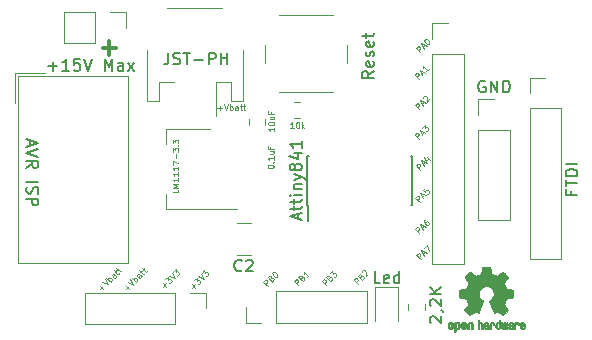
<source format=gbr>
G04 #@! TF.GenerationSoftware,KiCad,Pcbnew,5.0.2-bee76a0~70~ubuntu18.04.1*
G04 #@! TF.CreationDate,2019-01-23T20:48:10+01:00*
G04 #@! TF.ProjectId,Mighty841,4d696768-7479-4383-9431-2e6b69636164,1*
G04 #@! TF.SameCoordinates,Original*
G04 #@! TF.FileFunction,Legend,Top*
G04 #@! TF.FilePolarity,Positive*
%FSLAX46Y46*%
G04 Gerber Fmt 4.6, Leading zero omitted, Abs format (unit mm)*
G04 Created by KiCad (PCBNEW 5.0.2-bee76a0~70~ubuntu18.04.1) date mer. 23 janv. 2019 20:48:10 CET*
%MOMM*%
%LPD*%
G01*
G04 APERTURE LIST*
%ADD10C,0.125000*%
%ADD11C,0.300000*%
%ADD12C,0.120000*%
%ADD13C,0.150000*%
%ADD14C,0.010000*%
G04 APERTURE END LIST*
D10*
X156450461Y-81654419D02*
X156096908Y-81300866D01*
X156231595Y-81166179D01*
X156282103Y-81149343D01*
X156315774Y-81149343D01*
X156366282Y-81166179D01*
X156416790Y-81216687D01*
X156433625Y-81267194D01*
X156433625Y-81300866D01*
X156416790Y-81351374D01*
X156282103Y-81486061D01*
X156686164Y-81216687D02*
X156854522Y-81048328D01*
X156753507Y-81351374D02*
X156517805Y-80879969D01*
X156989209Y-81115671D01*
X156719835Y-80677938D02*
X156955538Y-80442236D01*
X157157568Y-80947312D01*
X156348861Y-79444619D02*
X155995308Y-79091066D01*
X156129995Y-78956379D01*
X156180503Y-78939543D01*
X156214174Y-78939543D01*
X156264682Y-78956379D01*
X156315190Y-79006887D01*
X156332025Y-79057394D01*
X156332025Y-79091066D01*
X156315190Y-79141574D01*
X156180503Y-79276261D01*
X156584564Y-79006887D02*
X156752922Y-78838528D01*
X156651907Y-79141574D02*
X156416205Y-78670169D01*
X156887609Y-78905871D01*
X156803430Y-78282944D02*
X156736087Y-78350287D01*
X156719251Y-78400795D01*
X156719251Y-78434467D01*
X156736087Y-78518646D01*
X156786594Y-78602825D01*
X156921281Y-78737512D01*
X156971789Y-78754348D01*
X157005461Y-78754348D01*
X157055968Y-78737512D01*
X157123312Y-78670169D01*
X157140148Y-78619661D01*
X157140148Y-78585990D01*
X157123312Y-78535482D01*
X157039132Y-78451303D01*
X156988625Y-78434467D01*
X156954953Y-78434467D01*
X156904445Y-78451303D01*
X156837102Y-78518646D01*
X156820266Y-78569154D01*
X156820266Y-78602825D01*
X156837102Y-78653333D01*
X156374261Y-76777619D02*
X156020708Y-76424066D01*
X156155395Y-76289379D01*
X156205903Y-76272543D01*
X156239574Y-76272543D01*
X156290082Y-76289379D01*
X156340590Y-76339887D01*
X156357425Y-76390394D01*
X156357425Y-76424066D01*
X156340590Y-76474574D01*
X156205903Y-76609261D01*
X156609964Y-76339887D02*
X156778322Y-76171528D01*
X156677307Y-76474574D02*
X156441605Y-76003169D01*
X156913009Y-76238871D01*
X156845666Y-75599108D02*
X156677307Y-75767467D01*
X156828830Y-75952661D01*
X156828830Y-75918990D01*
X156845666Y-75868482D01*
X156929845Y-75784303D01*
X156980353Y-75767467D01*
X157014025Y-75767467D01*
X157064532Y-75784303D01*
X157148712Y-75868482D01*
X157165548Y-75918990D01*
X157165548Y-75952661D01*
X157148712Y-76003169D01*
X157064532Y-76087348D01*
X157014025Y-76104184D01*
X156980353Y-76104184D01*
X156420502Y-74055260D02*
X156066949Y-73701707D01*
X156201636Y-73567020D01*
X156252144Y-73550184D01*
X156285815Y-73550184D01*
X156336323Y-73567020D01*
X156386831Y-73617528D01*
X156403666Y-73668035D01*
X156403666Y-73701707D01*
X156386831Y-73752215D01*
X156252144Y-73886902D01*
X156656205Y-73617528D02*
X156824563Y-73449169D01*
X156723548Y-73752215D02*
X156487846Y-73280810D01*
X156959250Y-73516512D01*
X156992922Y-73011436D02*
X157228624Y-73247138D01*
X156774056Y-72960928D02*
X156942415Y-73297646D01*
X157161281Y-73078779D01*
X156298061Y-71469019D02*
X155944508Y-71115466D01*
X156079195Y-70980779D01*
X156129703Y-70963943D01*
X156163374Y-70963943D01*
X156213882Y-70980779D01*
X156264390Y-71031287D01*
X156281225Y-71081794D01*
X156281225Y-71115466D01*
X156264390Y-71165974D01*
X156129703Y-71300661D01*
X156533764Y-71031287D02*
X156702122Y-70862928D01*
X156601107Y-71165974D02*
X156365405Y-70694569D01*
X156836809Y-70930271D01*
X156567435Y-70492538D02*
X156786302Y-70273672D01*
X156803138Y-70526210D01*
X156853645Y-70475703D01*
X156904153Y-70458867D01*
X156937825Y-70458867D01*
X156988332Y-70475703D01*
X157072512Y-70559882D01*
X157089348Y-70610390D01*
X157089348Y-70644061D01*
X157072512Y-70694569D01*
X156971496Y-70795584D01*
X156920989Y-70812420D01*
X156887317Y-70812420D01*
X156348861Y-68954419D02*
X155995308Y-68600866D01*
X156129995Y-68466179D01*
X156180503Y-68449343D01*
X156214174Y-68449343D01*
X156264682Y-68466179D01*
X156315190Y-68516687D01*
X156332025Y-68567194D01*
X156332025Y-68600866D01*
X156315190Y-68651374D01*
X156180503Y-68786061D01*
X156584564Y-68516687D02*
X156752922Y-68348328D01*
X156651907Y-68651374D02*
X156416205Y-68179969D01*
X156887609Y-68415671D01*
X156668743Y-67994774D02*
X156668743Y-67961103D01*
X156685579Y-67910595D01*
X156769758Y-67826416D01*
X156820266Y-67809580D01*
X156853938Y-67809580D01*
X156904445Y-67826416D01*
X156938117Y-67860087D01*
X156971789Y-67927431D01*
X156971789Y-68331492D01*
X157190655Y-68112625D01*
X156293502Y-66384460D02*
X155939949Y-66030907D01*
X156074636Y-65896220D01*
X156125144Y-65879384D01*
X156158815Y-65879384D01*
X156209323Y-65896220D01*
X156259831Y-65946728D01*
X156276666Y-65997235D01*
X156276666Y-66030907D01*
X156259831Y-66081415D01*
X156125144Y-66216102D01*
X156529205Y-65946728D02*
X156697563Y-65778369D01*
X156596548Y-66081415D02*
X156360846Y-65610010D01*
X156832250Y-65845712D01*
X157135296Y-65542666D02*
X156933266Y-65744697D01*
X157034281Y-65643682D02*
X156680728Y-65290128D01*
X156697563Y-65374308D01*
X156697563Y-65441651D01*
X156680728Y-65492159D01*
X156425061Y-64128419D02*
X156071508Y-63774866D01*
X156206195Y-63640179D01*
X156256703Y-63623343D01*
X156290374Y-63623343D01*
X156340882Y-63640179D01*
X156391390Y-63690687D01*
X156408225Y-63741194D01*
X156408225Y-63774866D01*
X156391390Y-63825374D01*
X156256703Y-63960061D01*
X156660764Y-63690687D02*
X156829122Y-63522328D01*
X156728107Y-63825374D02*
X156492405Y-63353969D01*
X156963809Y-63589671D01*
X156795451Y-63050923D02*
X156829122Y-63017251D01*
X156879630Y-63000416D01*
X156913302Y-63000416D01*
X156963809Y-63017251D01*
X157047989Y-63067759D01*
X157132168Y-63151938D01*
X157182676Y-63236118D01*
X157199512Y-63286625D01*
X157199512Y-63320297D01*
X157182676Y-63370805D01*
X157149004Y-63404477D01*
X157098496Y-63421312D01*
X157064825Y-63421312D01*
X157014317Y-63404477D01*
X156930138Y-63353969D01*
X156845958Y-63269790D01*
X156795451Y-63185610D01*
X156778615Y-63135103D01*
X156778615Y-63101431D01*
X156795451Y-63050923D01*
X151142008Y-83762473D02*
X150788454Y-83408920D01*
X150923141Y-83274233D01*
X150973649Y-83257397D01*
X151007321Y-83257397D01*
X151057828Y-83274233D01*
X151108336Y-83324740D01*
X151125172Y-83375248D01*
X151125172Y-83408920D01*
X151108336Y-83459427D01*
X150973649Y-83594114D01*
X151428217Y-83105874D02*
X151495561Y-83072202D01*
X151529233Y-83072202D01*
X151579740Y-83089038D01*
X151630248Y-83139546D01*
X151647084Y-83190053D01*
X151647084Y-83223725D01*
X151630248Y-83274233D01*
X151495561Y-83408920D01*
X151142008Y-83055366D01*
X151259859Y-82937515D01*
X151310366Y-82920679D01*
X151344038Y-82920679D01*
X151394546Y-82937515D01*
X151428217Y-82971187D01*
X151445053Y-83021695D01*
X151445053Y-83055366D01*
X151428217Y-83105874D01*
X151310366Y-83223725D01*
X151512397Y-82752321D02*
X151512397Y-82718649D01*
X151529233Y-82668141D01*
X151613412Y-82583962D01*
X151663920Y-82567126D01*
X151697591Y-82567126D01*
X151748099Y-82583962D01*
X151781771Y-82617634D01*
X151815443Y-82684977D01*
X151815443Y-83089038D01*
X152034309Y-82870172D01*
X148449608Y-83864073D02*
X148096054Y-83510520D01*
X148230741Y-83375833D01*
X148281249Y-83358997D01*
X148314921Y-83358997D01*
X148365428Y-83375833D01*
X148415936Y-83426340D01*
X148432772Y-83476848D01*
X148432772Y-83510520D01*
X148415936Y-83561027D01*
X148281249Y-83695714D01*
X148735817Y-83207474D02*
X148803161Y-83173802D01*
X148836833Y-83173802D01*
X148887340Y-83190638D01*
X148937848Y-83241146D01*
X148954684Y-83291653D01*
X148954684Y-83325325D01*
X148937848Y-83375833D01*
X148803161Y-83510520D01*
X148449608Y-83156966D01*
X148567459Y-83039115D01*
X148617966Y-83022279D01*
X148651638Y-83022279D01*
X148702146Y-83039115D01*
X148735817Y-83072787D01*
X148752653Y-83123295D01*
X148752653Y-83156966D01*
X148735817Y-83207474D01*
X148617966Y-83325325D01*
X148769489Y-82837085D02*
X148988356Y-82618218D01*
X149005191Y-82870756D01*
X149055699Y-82820249D01*
X149106207Y-82803413D01*
X149139878Y-82803413D01*
X149190386Y-82820249D01*
X149274565Y-82904428D01*
X149291401Y-82954936D01*
X149291401Y-82988608D01*
X149274565Y-83039115D01*
X149173550Y-83140130D01*
X149123043Y-83156966D01*
X149089371Y-83156966D01*
X146112808Y-83864073D02*
X145759254Y-83510520D01*
X145893941Y-83375833D01*
X145944449Y-83358997D01*
X145978121Y-83358997D01*
X146028628Y-83375833D01*
X146079136Y-83426340D01*
X146095972Y-83476848D01*
X146095972Y-83510520D01*
X146079136Y-83561027D01*
X145944449Y-83695714D01*
X146399017Y-83207474D02*
X146466361Y-83173802D01*
X146500033Y-83173802D01*
X146550540Y-83190638D01*
X146601048Y-83241146D01*
X146617884Y-83291653D01*
X146617884Y-83325325D01*
X146601048Y-83375833D01*
X146466361Y-83510520D01*
X146112808Y-83156966D01*
X146230659Y-83039115D01*
X146281166Y-83022279D01*
X146314838Y-83022279D01*
X146365346Y-83039115D01*
X146399017Y-83072787D01*
X146415853Y-83123295D01*
X146415853Y-83156966D01*
X146399017Y-83207474D01*
X146281166Y-83325325D01*
X147005109Y-82971772D02*
X146803078Y-83173802D01*
X146904094Y-83072787D02*
X146550540Y-82719234D01*
X146567376Y-82803413D01*
X146567376Y-82870756D01*
X146550540Y-82921264D01*
X143496608Y-83889473D02*
X143143054Y-83535920D01*
X143277741Y-83401233D01*
X143328249Y-83384397D01*
X143361921Y-83384397D01*
X143412428Y-83401233D01*
X143462936Y-83451740D01*
X143479772Y-83502248D01*
X143479772Y-83535920D01*
X143462936Y-83586427D01*
X143328249Y-83721114D01*
X143782817Y-83232874D02*
X143850161Y-83199202D01*
X143883833Y-83199202D01*
X143934340Y-83216038D01*
X143984848Y-83266546D01*
X144001684Y-83317053D01*
X144001684Y-83350725D01*
X143984848Y-83401233D01*
X143850161Y-83535920D01*
X143496608Y-83182366D01*
X143614459Y-83064515D01*
X143664966Y-83047679D01*
X143698638Y-83047679D01*
X143749146Y-83064515D01*
X143782817Y-83098187D01*
X143799653Y-83148695D01*
X143799653Y-83182366D01*
X143782817Y-83232874D01*
X143664966Y-83350725D01*
X143917504Y-82761469D02*
X143951176Y-82727798D01*
X144001684Y-82710962D01*
X144035356Y-82710962D01*
X144085863Y-82727798D01*
X144170043Y-82778305D01*
X144254222Y-82862485D01*
X144304730Y-82946664D01*
X144321565Y-82997172D01*
X144321565Y-83030843D01*
X144304730Y-83081351D01*
X144271058Y-83115023D01*
X144220550Y-83131859D01*
X144186878Y-83131859D01*
X144136371Y-83115023D01*
X144052191Y-83064515D01*
X143968012Y-82980336D01*
X143917504Y-82896156D01*
X143900669Y-82845649D01*
X143900669Y-82811977D01*
X143917504Y-82761469D01*
X137106126Y-84041581D02*
X137375500Y-83772207D01*
X137375500Y-84041581D02*
X137106126Y-83772207D01*
X137291321Y-83418653D02*
X137510187Y-83199787D01*
X137527023Y-83452325D01*
X137577530Y-83401817D01*
X137628038Y-83384982D01*
X137661710Y-83384982D01*
X137712217Y-83401817D01*
X137796397Y-83485997D01*
X137813233Y-83536504D01*
X137813233Y-83570176D01*
X137796397Y-83620684D01*
X137695382Y-83721699D01*
X137644874Y-83738535D01*
X137611202Y-83738535D01*
X137611202Y-83098772D02*
X138082607Y-83334474D01*
X137846904Y-82863069D01*
X137931084Y-82778890D02*
X138149950Y-82560024D01*
X138166786Y-82812562D01*
X138217294Y-82762054D01*
X138267801Y-82745218D01*
X138301473Y-82745218D01*
X138351981Y-82762054D01*
X138436160Y-82846234D01*
X138452996Y-82896741D01*
X138452996Y-82930413D01*
X138436160Y-82980921D01*
X138335145Y-83081936D01*
X138284637Y-83098772D01*
X138250965Y-83098772D01*
X134667726Y-83965381D02*
X134937100Y-83696007D01*
X134937100Y-83965381D02*
X134667726Y-83696007D01*
X134852921Y-83342453D02*
X135071787Y-83123587D01*
X135088623Y-83376125D01*
X135139130Y-83325617D01*
X135189638Y-83308782D01*
X135223310Y-83308782D01*
X135273817Y-83325617D01*
X135357997Y-83409797D01*
X135374833Y-83460304D01*
X135374833Y-83493976D01*
X135357997Y-83544484D01*
X135256982Y-83645499D01*
X135206474Y-83662335D01*
X135172802Y-83662335D01*
X135172802Y-83022572D02*
X135644207Y-83258274D01*
X135408504Y-82786869D01*
X135492684Y-82702690D02*
X135711550Y-82483824D01*
X135728386Y-82736362D01*
X135778894Y-82685854D01*
X135829401Y-82669018D01*
X135863073Y-82669018D01*
X135913581Y-82685854D01*
X135997760Y-82770034D01*
X136014596Y-82820541D01*
X136014596Y-82854213D01*
X135997760Y-82904721D01*
X135896745Y-83005736D01*
X135846237Y-83022572D01*
X135812565Y-83022572D01*
X131485331Y-84175975D02*
X131754705Y-83906601D01*
X131754705Y-84175975D02*
X131485331Y-83906601D01*
X131653690Y-83569884D02*
X132125095Y-83805586D01*
X131889392Y-83334182D01*
X132360797Y-83569884D02*
X132007243Y-83216330D01*
X132141930Y-83351017D02*
X132158766Y-83300510D01*
X132226110Y-83233166D01*
X132276617Y-83216330D01*
X132310289Y-83216330D01*
X132360797Y-83233166D01*
X132461812Y-83334182D01*
X132478648Y-83384689D01*
X132478648Y-83418361D01*
X132461812Y-83468869D01*
X132394469Y-83536212D01*
X132343961Y-83553048D01*
X132832201Y-83098479D02*
X132647007Y-82913285D01*
X132596499Y-82896449D01*
X132545991Y-82913285D01*
X132478648Y-82980628D01*
X132461812Y-83031136D01*
X132815365Y-83081643D02*
X132798530Y-83132151D01*
X132714350Y-83216330D01*
X132663843Y-83233166D01*
X132613335Y-83216330D01*
X132579663Y-83182659D01*
X132562827Y-83132151D01*
X132579663Y-83081643D01*
X132663843Y-82997464D01*
X132680678Y-82946956D01*
X132714350Y-82744926D02*
X132849037Y-82610239D01*
X132647007Y-82576567D02*
X132950052Y-82879613D01*
X133000560Y-82896449D01*
X133051068Y-82879613D01*
X133084739Y-82845941D01*
X132916381Y-82542895D02*
X133051068Y-82408208D01*
X132849037Y-82374537D02*
X133152083Y-82677582D01*
X133202591Y-82694418D01*
X133253098Y-82677582D01*
X133286770Y-82643911D01*
X129326331Y-84150575D02*
X129595705Y-83881201D01*
X129595705Y-84150575D02*
X129326331Y-83881201D01*
X129494690Y-83544484D02*
X129966095Y-83780186D01*
X129730392Y-83308782D01*
X130201797Y-83544484D02*
X129848243Y-83190930D01*
X129982930Y-83325617D02*
X129999766Y-83275110D01*
X130067110Y-83207766D01*
X130117617Y-83190930D01*
X130151289Y-83190930D01*
X130201797Y-83207766D01*
X130302812Y-83308782D01*
X130319648Y-83359289D01*
X130319648Y-83392961D01*
X130302812Y-83443469D01*
X130235469Y-83510812D01*
X130184961Y-83527648D01*
X130673201Y-83073079D02*
X130488007Y-82887885D01*
X130437499Y-82871049D01*
X130386991Y-82887885D01*
X130319648Y-82955228D01*
X130302812Y-83005736D01*
X130656365Y-83056243D02*
X130639530Y-83106751D01*
X130555350Y-83190930D01*
X130504843Y-83207766D01*
X130454335Y-83190930D01*
X130420663Y-83157259D01*
X130403827Y-83106751D01*
X130420663Y-83056243D01*
X130504843Y-82972064D01*
X130521678Y-82921556D01*
X130555350Y-82719526D02*
X130690037Y-82584839D01*
X130488007Y-82551167D02*
X130791052Y-82854213D01*
X130841560Y-82871049D01*
X130892068Y-82854213D01*
X130925739Y-82820541D01*
X130757381Y-82517495D02*
X130892068Y-82382808D01*
X130690037Y-82349137D02*
X130993083Y-82652182D01*
X131043591Y-82669018D01*
X131094098Y-82652182D01*
X131127770Y-82618511D01*
X139253342Y-68849514D02*
X139634295Y-68849514D01*
X139443819Y-69039990D02*
X139443819Y-68659038D01*
X139800961Y-68539990D02*
X139967628Y-69039990D01*
X140134295Y-68539990D01*
X140300961Y-69039990D02*
X140300961Y-68539990D01*
X140300961Y-68730466D02*
X140348580Y-68706657D01*
X140443819Y-68706657D01*
X140491438Y-68730466D01*
X140515247Y-68754276D01*
X140539057Y-68801895D01*
X140539057Y-68944752D01*
X140515247Y-68992371D01*
X140491438Y-69016180D01*
X140443819Y-69039990D01*
X140348580Y-69039990D01*
X140300961Y-69016180D01*
X140967628Y-69039990D02*
X140967628Y-68778085D01*
X140943819Y-68730466D01*
X140896200Y-68706657D01*
X140800961Y-68706657D01*
X140753342Y-68730466D01*
X140967628Y-69016180D02*
X140920009Y-69039990D01*
X140800961Y-69039990D01*
X140753342Y-69016180D01*
X140729533Y-68968561D01*
X140729533Y-68920942D01*
X140753342Y-68873323D01*
X140800961Y-68849514D01*
X140920009Y-68849514D01*
X140967628Y-68825704D01*
X141134295Y-68706657D02*
X141324771Y-68706657D01*
X141205723Y-68539990D02*
X141205723Y-68968561D01*
X141229533Y-69016180D01*
X141277152Y-69039990D01*
X141324771Y-69039990D01*
X141420009Y-68706657D02*
X141610485Y-68706657D01*
X141491438Y-68539990D02*
X141491438Y-68968561D01*
X141515247Y-69016180D01*
X141562866Y-69039990D01*
X141610485Y-69039990D01*
D11*
X129537771Y-63764742D02*
X130680628Y-63764742D01*
X130109200Y-64336171D02*
X130109200Y-63193314D01*
D12*
G04 #@! TO.C,+15V Max*
X126290000Y-60702000D02*
X126290000Y-63362000D01*
X128890000Y-60702000D02*
X126290000Y-60702000D01*
X128890000Y-63362000D02*
X126290000Y-63362000D01*
X128890000Y-60702000D02*
X128890000Y-63362000D01*
X130160000Y-60702000D02*
X131490000Y-60702000D01*
X131490000Y-60702000D02*
X131490000Y-62032000D01*
G04 #@! TO.C,GND*
X161342000Y-78348000D02*
X164002000Y-78348000D01*
X161342000Y-70668000D02*
X161342000Y-78348000D01*
X164002000Y-70668000D02*
X164002000Y-78348000D01*
X161342000Y-70668000D02*
X164002000Y-70668000D01*
X161342000Y-69398000D02*
X161342000Y-68068000D01*
X161342000Y-68068000D02*
X162672000Y-68068000D01*
G04 #@! TO.C,J6*
X138297200Y-84476400D02*
X138297200Y-85806400D01*
X136967200Y-84476400D02*
X138297200Y-84476400D01*
X135697200Y-84476400D02*
X135697200Y-87136400D01*
X135697200Y-87136400D02*
X128017200Y-87136400D01*
X135697200Y-84476400D02*
X128017200Y-84476400D01*
X128017200Y-84476400D02*
X128017200Y-87136400D01*
G04 #@! TO.C,J5*
X151911600Y-87034800D02*
X151911600Y-84374800D01*
X144231600Y-87034800D02*
X151911600Y-87034800D01*
X144231600Y-84374800D02*
X151911600Y-84374800D01*
X144231600Y-87034800D02*
X144231600Y-84374800D01*
X142961600Y-87034800D02*
X141631600Y-87034800D01*
X141631600Y-87034800D02*
X141631600Y-85704800D01*
G04 #@! TO.C,FTDI*
X165685400Y-81624600D02*
X168345400Y-81624600D01*
X165685400Y-68864600D02*
X165685400Y-81624600D01*
X168345400Y-68864600D02*
X168345400Y-81624600D01*
X165685400Y-68864600D02*
X168345400Y-68864600D01*
X165685400Y-67594600D02*
X165685400Y-66264600D01*
X165685400Y-66264600D02*
X167015400Y-66264600D01*
G04 #@! TO.C,GND*
X157455800Y-82081800D02*
X160115800Y-82081800D01*
X157455800Y-64241800D02*
X157455800Y-82081800D01*
X160115800Y-64241800D02*
X160115800Y-82081800D01*
X157455800Y-64241800D02*
X160115800Y-64241800D01*
X157455800Y-62971800D02*
X157455800Y-61641800D01*
X157455800Y-61641800D02*
X158785800Y-61641800D01*
G04 #@! TO.C,10uF*
X143316000Y-69780748D02*
X143316000Y-70303252D01*
X141896000Y-69780748D02*
X141896000Y-70303252D01*
G04 #@! TO.C,C2*
X142079364Y-81299000D02*
X140875236Y-81299000D01*
X142079364Y-78579000D02*
X140875236Y-78579000D01*
G04 #@! TO.C,Led *
X154513400Y-86840800D02*
X154513400Y-83980800D01*
X154513400Y-83980800D02*
X152593400Y-83980800D01*
X152593400Y-83980800D02*
X152593400Y-86840800D01*
G04 #@! TO.C,JST-PH*
X141395000Y-63960000D02*
X141395000Y-68210000D01*
X141395000Y-68210000D02*
X140375000Y-68210000D01*
X140375000Y-68210000D02*
X140375000Y-66610000D01*
X140375000Y-66610000D02*
X139095000Y-66610000D01*
X139095000Y-66610000D02*
X139095000Y-69500000D01*
X133275000Y-63960000D02*
X133275000Y-68210000D01*
X133275000Y-68210000D02*
X134295000Y-68210000D01*
X134295000Y-68210000D02*
X134295000Y-66610000D01*
X134295000Y-66610000D02*
X135575000Y-66610000D01*
X139675000Y-60390000D02*
X134995000Y-60390000D01*
G04 #@! TO.C,AVR ISP*
X131697600Y-66145400D02*
X131697600Y-81925400D01*
X131697600Y-81925400D02*
X122347600Y-81925400D01*
X122347600Y-81925400D02*
X122347600Y-66145400D01*
X122347600Y-66145400D02*
X131697600Y-66145400D01*
X122097600Y-65895400D02*
X122097600Y-68435400D01*
X122097600Y-65895400D02*
X124637600Y-65895400D01*
G04 #@! TO.C,2\002C2K*
X156828800Y-85427148D02*
X156828800Y-85949652D01*
X155408800Y-85427148D02*
X155408800Y-85949652D01*
G04 #@! TO.C,10k*
X146236252Y-68290000D02*
X145713748Y-68290000D01*
X146236252Y-69710000D02*
X145713748Y-69710000D01*
G04 #@! TO.C,Reset*
X144500000Y-67500000D02*
X149000000Y-67500000D01*
X143250000Y-63500000D02*
X143250000Y-65000000D01*
X149000000Y-61000000D02*
X144500000Y-61000000D01*
X150250000Y-65000000D02*
X150250000Y-63500000D01*
G04 #@! TO.C,LM1117-3.3*
X134892000Y-70590000D02*
X134892000Y-71850000D01*
X134892000Y-77410000D02*
X134892000Y-76150000D01*
X138652000Y-70590000D02*
X134892000Y-70590000D01*
X140902000Y-77410000D02*
X134892000Y-77410000D01*
D13*
G04 #@! TO.C,Attiny841*
X146855000Y-77024800D02*
X146880000Y-77024800D01*
X146855000Y-72874800D02*
X146970000Y-72874800D01*
X155755000Y-72874800D02*
X155640000Y-72874800D01*
X155755000Y-77024800D02*
X155640000Y-77024800D01*
X146855000Y-77024800D02*
X146855000Y-72874800D01*
X155755000Y-77024800D02*
X155755000Y-72874800D01*
X146880000Y-77024800D02*
X146880000Y-78399800D01*
D14*
G04 #@! TO.C,REF\002A\002A*
G36*
X162115510Y-82261348D02*
X162194054Y-82261778D01*
X162250898Y-82262942D01*
X162289705Y-82265207D01*
X162314138Y-82268940D01*
X162327862Y-82274506D01*
X162334540Y-82282273D01*
X162337836Y-82292605D01*
X162338156Y-82293943D01*
X162343162Y-82318079D01*
X162352429Y-82365701D01*
X162364992Y-82431741D01*
X162379887Y-82511128D01*
X162396151Y-82598796D01*
X162396719Y-82601875D01*
X162413010Y-82687789D01*
X162428252Y-82763696D01*
X162441461Y-82825045D01*
X162451654Y-82867282D01*
X162457848Y-82885855D01*
X162458143Y-82886184D01*
X162476388Y-82895253D01*
X162514005Y-82910367D01*
X162562871Y-82928262D01*
X162563143Y-82928358D01*
X162624693Y-82951493D01*
X162697257Y-82980965D01*
X162765657Y-83010597D01*
X162768894Y-83012062D01*
X162880302Y-83062626D01*
X163126999Y-82894160D01*
X163202677Y-82842803D01*
X163271231Y-82796889D01*
X163328688Y-82759030D01*
X163371076Y-82731837D01*
X163394425Y-82717921D01*
X163396642Y-82716889D01*
X163413610Y-82721484D01*
X163445301Y-82743655D01*
X163492952Y-82784447D01*
X163557798Y-82844905D01*
X163623997Y-82909227D01*
X163687814Y-82972612D01*
X163744929Y-83030451D01*
X163791905Y-83079175D01*
X163825303Y-83115210D01*
X163841685Y-83134984D01*
X163842294Y-83136002D01*
X163844105Y-83149572D01*
X163837283Y-83171733D01*
X163820140Y-83205478D01*
X163790993Y-83253800D01*
X163748155Y-83319692D01*
X163691048Y-83404517D01*
X163640366Y-83479177D01*
X163595061Y-83546140D01*
X163557750Y-83601516D01*
X163531052Y-83641420D01*
X163517585Y-83661962D01*
X163516737Y-83663356D01*
X163518381Y-83683038D01*
X163530845Y-83721293D01*
X163551648Y-83770889D01*
X163559062Y-83786728D01*
X163591414Y-83857290D01*
X163625928Y-83937353D01*
X163653965Y-84006629D01*
X163674168Y-84058045D01*
X163690215Y-84097119D01*
X163699488Y-84117541D01*
X163700641Y-84119114D01*
X163717696Y-84121721D01*
X163757898Y-84128863D01*
X163815902Y-84139523D01*
X163886363Y-84152685D01*
X163963935Y-84167333D01*
X164043272Y-84182449D01*
X164119031Y-84197018D01*
X164185864Y-84210022D01*
X164238428Y-84220445D01*
X164271376Y-84227270D01*
X164279457Y-84229199D01*
X164287805Y-84233962D01*
X164294106Y-84244718D01*
X164298645Y-84265098D01*
X164301704Y-84298734D01*
X164303567Y-84349255D01*
X164304518Y-84420292D01*
X164304840Y-84515476D01*
X164304857Y-84554492D01*
X164304857Y-84871799D01*
X164228657Y-84886839D01*
X164186263Y-84894995D01*
X164123000Y-84906899D01*
X164046562Y-84921116D01*
X163964643Y-84936210D01*
X163942000Y-84940355D01*
X163866406Y-84955053D01*
X163800553Y-84969505D01*
X163749966Y-84982375D01*
X163720174Y-84992322D01*
X163715212Y-84995287D01*
X163703026Y-85016283D01*
X163685553Y-85056967D01*
X163666177Y-85109322D01*
X163662334Y-85120600D01*
X163636939Y-85190523D01*
X163605417Y-85269418D01*
X163574569Y-85340266D01*
X163574417Y-85340595D01*
X163523047Y-85451733D01*
X163691999Y-85700253D01*
X163860952Y-85948772D01*
X163644029Y-86166058D01*
X163578419Y-86230726D01*
X163518579Y-86287733D01*
X163467867Y-86334033D01*
X163429646Y-86366584D01*
X163407275Y-86382343D01*
X163404066Y-86383343D01*
X163385226Y-86375469D01*
X163346780Y-86353578D01*
X163292930Y-86320267D01*
X163227876Y-86278131D01*
X163157540Y-86230943D01*
X163086155Y-86182810D01*
X163022508Y-86140928D01*
X162970641Y-86107871D01*
X162934595Y-86086218D01*
X162918467Y-86078543D01*
X162898789Y-86085037D01*
X162861475Y-86102150D01*
X162814221Y-86126326D01*
X162809212Y-86129013D01*
X162745577Y-86160927D01*
X162701941Y-86176579D01*
X162674802Y-86176745D01*
X162660657Y-86162204D01*
X162660575Y-86162000D01*
X162653505Y-86144779D01*
X162636642Y-86103899D01*
X162611295Y-86042525D01*
X162578771Y-85963819D01*
X162540378Y-85870947D01*
X162497422Y-85767072D01*
X162455822Y-85666502D01*
X162410104Y-85555516D01*
X162368126Y-85452703D01*
X162331148Y-85361215D01*
X162300427Y-85284201D01*
X162277222Y-85224815D01*
X162262790Y-85186209D01*
X162258343Y-85171800D01*
X162269496Y-85155272D01*
X162298669Y-85128930D01*
X162337571Y-85099887D01*
X162448357Y-85008039D01*
X162534951Y-84902759D01*
X162596316Y-84786266D01*
X162631415Y-84660776D01*
X162639208Y-84528507D01*
X162633543Y-84467457D01*
X162602678Y-84340795D01*
X162549520Y-84228941D01*
X162477367Y-84133001D01*
X162389517Y-84054076D01*
X162289265Y-83993270D01*
X162179910Y-83951687D01*
X162064747Y-83930428D01*
X161947075Y-83930599D01*
X161830190Y-83953301D01*
X161717389Y-83999638D01*
X161611969Y-84070713D01*
X161567968Y-84110911D01*
X161483579Y-84214129D01*
X161424822Y-84326925D01*
X161391304Y-84446010D01*
X161382635Y-84568095D01*
X161398423Y-84689893D01*
X161438278Y-84808116D01*
X161501807Y-84919475D01*
X161588621Y-85020684D01*
X161685629Y-85099887D01*
X161726037Y-85130162D01*
X161754582Y-85156219D01*
X161764857Y-85171825D01*
X161759477Y-85188843D01*
X161744175Y-85229500D01*
X161720212Y-85290642D01*
X161688844Y-85369119D01*
X161651332Y-85461780D01*
X161608933Y-85565472D01*
X161567263Y-85666526D01*
X161521290Y-85777607D01*
X161478707Y-85880541D01*
X161440821Y-85972165D01*
X161408940Y-86049316D01*
X161384371Y-86108831D01*
X161368420Y-86147544D01*
X161362510Y-86162000D01*
X161348548Y-86176685D01*
X161321540Y-86176642D01*
X161278013Y-86161099D01*
X161214490Y-86129284D01*
X161213988Y-86129013D01*
X161166160Y-86104323D01*
X161127497Y-86086338D01*
X161105695Y-86078614D01*
X161104733Y-86078543D01*
X161088321Y-86086378D01*
X161052087Y-86108165D01*
X161000074Y-86141328D01*
X160936325Y-86183291D01*
X160865660Y-86230943D01*
X160793716Y-86279191D01*
X160728874Y-86321151D01*
X160675335Y-86354227D01*
X160637297Y-86375821D01*
X160619133Y-86383343D01*
X160602408Y-86373457D01*
X160568780Y-86345826D01*
X160521610Y-86303495D01*
X160464258Y-86249505D01*
X160400084Y-86186899D01*
X160379097Y-86165983D01*
X160162099Y-85948623D01*
X160327268Y-85706220D01*
X160377464Y-85631781D01*
X160421519Y-85564972D01*
X160456962Y-85509665D01*
X160481319Y-85469729D01*
X160492122Y-85449036D01*
X160492438Y-85447563D01*
X160486743Y-85428058D01*
X160471426Y-85388822D01*
X160449137Y-85336430D01*
X160433493Y-85301355D01*
X160404241Y-85234201D01*
X160376694Y-85166358D01*
X160355337Y-85109034D01*
X160349535Y-85091572D01*
X160333052Y-85044938D01*
X160316940Y-85008905D01*
X160308090Y-84995287D01*
X160288560Y-84986952D01*
X160245934Y-84975137D01*
X160185745Y-84961181D01*
X160113522Y-84946422D01*
X160081200Y-84940355D01*
X159999122Y-84925273D01*
X159920395Y-84910669D01*
X159852709Y-84897980D01*
X159803760Y-84888642D01*
X159794543Y-84886839D01*
X159718343Y-84871799D01*
X159718343Y-84554492D01*
X159718514Y-84450154D01*
X159719216Y-84371213D01*
X159720734Y-84314038D01*
X159723349Y-84274999D01*
X159727346Y-84250465D01*
X159733009Y-84236805D01*
X159740620Y-84230389D01*
X159743743Y-84229199D01*
X159762578Y-84224980D01*
X159804188Y-84216562D01*
X159863230Y-84204961D01*
X159934357Y-84191195D01*
X160012225Y-84176280D01*
X160091487Y-84161232D01*
X160166798Y-84147069D01*
X160232813Y-84134806D01*
X160284187Y-84125461D01*
X160315575Y-84120050D01*
X160322559Y-84119114D01*
X160328885Y-84106596D01*
X160342890Y-84073246D01*
X160361955Y-84025377D01*
X160369234Y-84006629D01*
X160398596Y-83934195D01*
X160433171Y-83854170D01*
X160464137Y-83786728D01*
X160486923Y-83735159D01*
X160502082Y-83692785D01*
X160507142Y-83666834D01*
X160506336Y-83663356D01*
X160495641Y-83646936D01*
X160471220Y-83610417D01*
X160435695Y-83557687D01*
X160391687Y-83492635D01*
X160341817Y-83419151D01*
X160331956Y-83404645D01*
X160274092Y-83318704D01*
X160231556Y-83253261D01*
X160202654Y-83205304D01*
X160185690Y-83171820D01*
X160178967Y-83149795D01*
X160180790Y-83136217D01*
X160180836Y-83136131D01*
X160195186Y-83118297D01*
X160226923Y-83083817D01*
X160272610Y-83036268D01*
X160328804Y-82979222D01*
X160392068Y-82916255D01*
X160399202Y-82909227D01*
X160478930Y-82832020D01*
X160540457Y-82775330D01*
X160585021Y-82738110D01*
X160613857Y-82719315D01*
X160626558Y-82716889D01*
X160645094Y-82727471D01*
X160683561Y-82751916D01*
X160737986Y-82787612D01*
X160804398Y-82831947D01*
X160878825Y-82882311D01*
X160896201Y-82894160D01*
X161142897Y-83062626D01*
X161254306Y-83012062D01*
X161322057Y-82982595D01*
X161394783Y-82952959D01*
X161457303Y-82929330D01*
X161460057Y-82928358D01*
X161508960Y-82910457D01*
X161546657Y-82895320D01*
X161565025Y-82886210D01*
X161565056Y-82886184D01*
X161570885Y-82869717D01*
X161580792Y-82829219D01*
X161593795Y-82769242D01*
X161608909Y-82694340D01*
X161625152Y-82609064D01*
X161626481Y-82601875D01*
X161642775Y-82514014D01*
X161657733Y-82434260D01*
X161670391Y-82367681D01*
X161679786Y-82319347D01*
X161684954Y-82294325D01*
X161685044Y-82293943D01*
X161688189Y-82283299D01*
X161694304Y-82275262D01*
X161707053Y-82269467D01*
X161730100Y-82265547D01*
X161767109Y-82263135D01*
X161821744Y-82261865D01*
X161897667Y-82261371D01*
X161998544Y-82261286D01*
X162011600Y-82261286D01*
X162115510Y-82261348D01*
X162115510Y-82261348D01*
G37*
X162115510Y-82261348D02*
X162194054Y-82261778D01*
X162250898Y-82262942D01*
X162289705Y-82265207D01*
X162314138Y-82268940D01*
X162327862Y-82274506D01*
X162334540Y-82282273D01*
X162337836Y-82292605D01*
X162338156Y-82293943D01*
X162343162Y-82318079D01*
X162352429Y-82365701D01*
X162364992Y-82431741D01*
X162379887Y-82511128D01*
X162396151Y-82598796D01*
X162396719Y-82601875D01*
X162413010Y-82687789D01*
X162428252Y-82763696D01*
X162441461Y-82825045D01*
X162451654Y-82867282D01*
X162457848Y-82885855D01*
X162458143Y-82886184D01*
X162476388Y-82895253D01*
X162514005Y-82910367D01*
X162562871Y-82928262D01*
X162563143Y-82928358D01*
X162624693Y-82951493D01*
X162697257Y-82980965D01*
X162765657Y-83010597D01*
X162768894Y-83012062D01*
X162880302Y-83062626D01*
X163126999Y-82894160D01*
X163202677Y-82842803D01*
X163271231Y-82796889D01*
X163328688Y-82759030D01*
X163371076Y-82731837D01*
X163394425Y-82717921D01*
X163396642Y-82716889D01*
X163413610Y-82721484D01*
X163445301Y-82743655D01*
X163492952Y-82784447D01*
X163557798Y-82844905D01*
X163623997Y-82909227D01*
X163687814Y-82972612D01*
X163744929Y-83030451D01*
X163791905Y-83079175D01*
X163825303Y-83115210D01*
X163841685Y-83134984D01*
X163842294Y-83136002D01*
X163844105Y-83149572D01*
X163837283Y-83171733D01*
X163820140Y-83205478D01*
X163790993Y-83253800D01*
X163748155Y-83319692D01*
X163691048Y-83404517D01*
X163640366Y-83479177D01*
X163595061Y-83546140D01*
X163557750Y-83601516D01*
X163531052Y-83641420D01*
X163517585Y-83661962D01*
X163516737Y-83663356D01*
X163518381Y-83683038D01*
X163530845Y-83721293D01*
X163551648Y-83770889D01*
X163559062Y-83786728D01*
X163591414Y-83857290D01*
X163625928Y-83937353D01*
X163653965Y-84006629D01*
X163674168Y-84058045D01*
X163690215Y-84097119D01*
X163699488Y-84117541D01*
X163700641Y-84119114D01*
X163717696Y-84121721D01*
X163757898Y-84128863D01*
X163815902Y-84139523D01*
X163886363Y-84152685D01*
X163963935Y-84167333D01*
X164043272Y-84182449D01*
X164119031Y-84197018D01*
X164185864Y-84210022D01*
X164238428Y-84220445D01*
X164271376Y-84227270D01*
X164279457Y-84229199D01*
X164287805Y-84233962D01*
X164294106Y-84244718D01*
X164298645Y-84265098D01*
X164301704Y-84298734D01*
X164303567Y-84349255D01*
X164304518Y-84420292D01*
X164304840Y-84515476D01*
X164304857Y-84554492D01*
X164304857Y-84871799D01*
X164228657Y-84886839D01*
X164186263Y-84894995D01*
X164123000Y-84906899D01*
X164046562Y-84921116D01*
X163964643Y-84936210D01*
X163942000Y-84940355D01*
X163866406Y-84955053D01*
X163800553Y-84969505D01*
X163749966Y-84982375D01*
X163720174Y-84992322D01*
X163715212Y-84995287D01*
X163703026Y-85016283D01*
X163685553Y-85056967D01*
X163666177Y-85109322D01*
X163662334Y-85120600D01*
X163636939Y-85190523D01*
X163605417Y-85269418D01*
X163574569Y-85340266D01*
X163574417Y-85340595D01*
X163523047Y-85451733D01*
X163691999Y-85700253D01*
X163860952Y-85948772D01*
X163644029Y-86166058D01*
X163578419Y-86230726D01*
X163518579Y-86287733D01*
X163467867Y-86334033D01*
X163429646Y-86366584D01*
X163407275Y-86382343D01*
X163404066Y-86383343D01*
X163385226Y-86375469D01*
X163346780Y-86353578D01*
X163292930Y-86320267D01*
X163227876Y-86278131D01*
X163157540Y-86230943D01*
X163086155Y-86182810D01*
X163022508Y-86140928D01*
X162970641Y-86107871D01*
X162934595Y-86086218D01*
X162918467Y-86078543D01*
X162898789Y-86085037D01*
X162861475Y-86102150D01*
X162814221Y-86126326D01*
X162809212Y-86129013D01*
X162745577Y-86160927D01*
X162701941Y-86176579D01*
X162674802Y-86176745D01*
X162660657Y-86162204D01*
X162660575Y-86162000D01*
X162653505Y-86144779D01*
X162636642Y-86103899D01*
X162611295Y-86042525D01*
X162578771Y-85963819D01*
X162540378Y-85870947D01*
X162497422Y-85767072D01*
X162455822Y-85666502D01*
X162410104Y-85555516D01*
X162368126Y-85452703D01*
X162331148Y-85361215D01*
X162300427Y-85284201D01*
X162277222Y-85224815D01*
X162262790Y-85186209D01*
X162258343Y-85171800D01*
X162269496Y-85155272D01*
X162298669Y-85128930D01*
X162337571Y-85099887D01*
X162448357Y-85008039D01*
X162534951Y-84902759D01*
X162596316Y-84786266D01*
X162631415Y-84660776D01*
X162639208Y-84528507D01*
X162633543Y-84467457D01*
X162602678Y-84340795D01*
X162549520Y-84228941D01*
X162477367Y-84133001D01*
X162389517Y-84054076D01*
X162289265Y-83993270D01*
X162179910Y-83951687D01*
X162064747Y-83930428D01*
X161947075Y-83930599D01*
X161830190Y-83953301D01*
X161717389Y-83999638D01*
X161611969Y-84070713D01*
X161567968Y-84110911D01*
X161483579Y-84214129D01*
X161424822Y-84326925D01*
X161391304Y-84446010D01*
X161382635Y-84568095D01*
X161398423Y-84689893D01*
X161438278Y-84808116D01*
X161501807Y-84919475D01*
X161588621Y-85020684D01*
X161685629Y-85099887D01*
X161726037Y-85130162D01*
X161754582Y-85156219D01*
X161764857Y-85171825D01*
X161759477Y-85188843D01*
X161744175Y-85229500D01*
X161720212Y-85290642D01*
X161688844Y-85369119D01*
X161651332Y-85461780D01*
X161608933Y-85565472D01*
X161567263Y-85666526D01*
X161521290Y-85777607D01*
X161478707Y-85880541D01*
X161440821Y-85972165D01*
X161408940Y-86049316D01*
X161384371Y-86108831D01*
X161368420Y-86147544D01*
X161362510Y-86162000D01*
X161348548Y-86176685D01*
X161321540Y-86176642D01*
X161278013Y-86161099D01*
X161214490Y-86129284D01*
X161213988Y-86129013D01*
X161166160Y-86104323D01*
X161127497Y-86086338D01*
X161105695Y-86078614D01*
X161104733Y-86078543D01*
X161088321Y-86086378D01*
X161052087Y-86108165D01*
X161000074Y-86141328D01*
X160936325Y-86183291D01*
X160865660Y-86230943D01*
X160793716Y-86279191D01*
X160728874Y-86321151D01*
X160675335Y-86354227D01*
X160637297Y-86375821D01*
X160619133Y-86383343D01*
X160602408Y-86373457D01*
X160568780Y-86345826D01*
X160521610Y-86303495D01*
X160464258Y-86249505D01*
X160400084Y-86186899D01*
X160379097Y-86165983D01*
X160162099Y-85948623D01*
X160327268Y-85706220D01*
X160377464Y-85631781D01*
X160421519Y-85564972D01*
X160456962Y-85509665D01*
X160481319Y-85469729D01*
X160492122Y-85449036D01*
X160492438Y-85447563D01*
X160486743Y-85428058D01*
X160471426Y-85388822D01*
X160449137Y-85336430D01*
X160433493Y-85301355D01*
X160404241Y-85234201D01*
X160376694Y-85166358D01*
X160355337Y-85109034D01*
X160349535Y-85091572D01*
X160333052Y-85044938D01*
X160316940Y-85008905D01*
X160308090Y-84995287D01*
X160288560Y-84986952D01*
X160245934Y-84975137D01*
X160185745Y-84961181D01*
X160113522Y-84946422D01*
X160081200Y-84940355D01*
X159999122Y-84925273D01*
X159920395Y-84910669D01*
X159852709Y-84897980D01*
X159803760Y-84888642D01*
X159794543Y-84886839D01*
X159718343Y-84871799D01*
X159718343Y-84554492D01*
X159718514Y-84450154D01*
X159719216Y-84371213D01*
X159720734Y-84314038D01*
X159723349Y-84274999D01*
X159727346Y-84250465D01*
X159733009Y-84236805D01*
X159740620Y-84230389D01*
X159743743Y-84229199D01*
X159762578Y-84224980D01*
X159804188Y-84216562D01*
X159863230Y-84204961D01*
X159934357Y-84191195D01*
X160012225Y-84176280D01*
X160091487Y-84161232D01*
X160166798Y-84147069D01*
X160232813Y-84134806D01*
X160284187Y-84125461D01*
X160315575Y-84120050D01*
X160322559Y-84119114D01*
X160328885Y-84106596D01*
X160342890Y-84073246D01*
X160361955Y-84025377D01*
X160369234Y-84006629D01*
X160398596Y-83934195D01*
X160433171Y-83854170D01*
X160464137Y-83786728D01*
X160486923Y-83735159D01*
X160502082Y-83692785D01*
X160507142Y-83666834D01*
X160506336Y-83663356D01*
X160495641Y-83646936D01*
X160471220Y-83610417D01*
X160435695Y-83557687D01*
X160391687Y-83492635D01*
X160341817Y-83419151D01*
X160331956Y-83404645D01*
X160274092Y-83318704D01*
X160231556Y-83253261D01*
X160202654Y-83205304D01*
X160185690Y-83171820D01*
X160178967Y-83149795D01*
X160180790Y-83136217D01*
X160180836Y-83136131D01*
X160195186Y-83118297D01*
X160226923Y-83083817D01*
X160272610Y-83036268D01*
X160328804Y-82979222D01*
X160392068Y-82916255D01*
X160399202Y-82909227D01*
X160478930Y-82832020D01*
X160540457Y-82775330D01*
X160585021Y-82738110D01*
X160613857Y-82719315D01*
X160626558Y-82716889D01*
X160645094Y-82727471D01*
X160683561Y-82751916D01*
X160737986Y-82787612D01*
X160804398Y-82831947D01*
X160878825Y-82882311D01*
X160896201Y-82894160D01*
X161142897Y-83062626D01*
X161254306Y-83012062D01*
X161322057Y-82982595D01*
X161394783Y-82952959D01*
X161457303Y-82929330D01*
X161460057Y-82928358D01*
X161508960Y-82910457D01*
X161546657Y-82895320D01*
X161565025Y-82886210D01*
X161565056Y-82886184D01*
X161570885Y-82869717D01*
X161580792Y-82829219D01*
X161593795Y-82769242D01*
X161608909Y-82694340D01*
X161625152Y-82609064D01*
X161626481Y-82601875D01*
X161642775Y-82514014D01*
X161657733Y-82434260D01*
X161670391Y-82367681D01*
X161679786Y-82319347D01*
X161684954Y-82294325D01*
X161685044Y-82293943D01*
X161688189Y-82283299D01*
X161694304Y-82275262D01*
X161707053Y-82269467D01*
X161730100Y-82265547D01*
X161767109Y-82263135D01*
X161821744Y-82261865D01*
X161897667Y-82261371D01*
X161998544Y-82261286D01*
X162011600Y-82261286D01*
X162115510Y-82261348D01*
G36*
X165165195Y-86985966D02*
X165222621Y-87023497D01*
X165250319Y-87057096D01*
X165272262Y-87118064D01*
X165274005Y-87166308D01*
X165270057Y-87230816D01*
X165121286Y-87295934D01*
X165048949Y-87329202D01*
X165001684Y-87355964D01*
X164977107Y-87379144D01*
X164972837Y-87401667D01*
X164986489Y-87426455D01*
X165001543Y-87442886D01*
X165045346Y-87469235D01*
X165092989Y-87471081D01*
X165136745Y-87450546D01*
X165168889Y-87409752D01*
X165174638Y-87395347D01*
X165202176Y-87350356D01*
X165233858Y-87331182D01*
X165277314Y-87314779D01*
X165277314Y-87376966D01*
X165273472Y-87419283D01*
X165258423Y-87454969D01*
X165226880Y-87495943D01*
X165222192Y-87501267D01*
X165187106Y-87537720D01*
X165156947Y-87557283D01*
X165119215Y-87566283D01*
X165087935Y-87569230D01*
X165031985Y-87569965D01*
X164992155Y-87560660D01*
X164967308Y-87546846D01*
X164928256Y-87516467D01*
X164901225Y-87483613D01*
X164884117Y-87442294D01*
X164874838Y-87386521D01*
X164871293Y-87310305D01*
X164871010Y-87271622D01*
X164871972Y-87225247D01*
X164959607Y-87225247D01*
X164960623Y-87250126D01*
X164963156Y-87254200D01*
X164979874Y-87248665D01*
X165015849Y-87234017D01*
X165063931Y-87213190D01*
X165073986Y-87208714D01*
X165134752Y-87177814D01*
X165168232Y-87150657D01*
X165175590Y-87125220D01*
X165157991Y-87099481D01*
X165143456Y-87088109D01*
X165091010Y-87065364D01*
X165041922Y-87069122D01*
X165000827Y-87096884D01*
X164972358Y-87146152D01*
X164963231Y-87185257D01*
X164959607Y-87225247D01*
X164871972Y-87225247D01*
X164872885Y-87181249D01*
X164879796Y-87114384D01*
X164893484Y-87065695D01*
X164915696Y-87029849D01*
X164948174Y-87001513D01*
X164962333Y-86992355D01*
X165026653Y-86968507D01*
X165097073Y-86967006D01*
X165165195Y-86985966D01*
X165165195Y-86985966D01*
G37*
X165165195Y-86985966D02*
X165222621Y-87023497D01*
X165250319Y-87057096D01*
X165272262Y-87118064D01*
X165274005Y-87166308D01*
X165270057Y-87230816D01*
X165121286Y-87295934D01*
X165048949Y-87329202D01*
X165001684Y-87355964D01*
X164977107Y-87379144D01*
X164972837Y-87401667D01*
X164986489Y-87426455D01*
X165001543Y-87442886D01*
X165045346Y-87469235D01*
X165092989Y-87471081D01*
X165136745Y-87450546D01*
X165168889Y-87409752D01*
X165174638Y-87395347D01*
X165202176Y-87350356D01*
X165233858Y-87331182D01*
X165277314Y-87314779D01*
X165277314Y-87376966D01*
X165273472Y-87419283D01*
X165258423Y-87454969D01*
X165226880Y-87495943D01*
X165222192Y-87501267D01*
X165187106Y-87537720D01*
X165156947Y-87557283D01*
X165119215Y-87566283D01*
X165087935Y-87569230D01*
X165031985Y-87569965D01*
X164992155Y-87560660D01*
X164967308Y-87546846D01*
X164928256Y-87516467D01*
X164901225Y-87483613D01*
X164884117Y-87442294D01*
X164874838Y-87386521D01*
X164871293Y-87310305D01*
X164871010Y-87271622D01*
X164871972Y-87225247D01*
X164959607Y-87225247D01*
X164960623Y-87250126D01*
X164963156Y-87254200D01*
X164979874Y-87248665D01*
X165015849Y-87234017D01*
X165063931Y-87213190D01*
X165073986Y-87208714D01*
X165134752Y-87177814D01*
X165168232Y-87150657D01*
X165175590Y-87125220D01*
X165157991Y-87099481D01*
X165143456Y-87088109D01*
X165091010Y-87065364D01*
X165041922Y-87069122D01*
X165000827Y-87096884D01*
X164972358Y-87146152D01*
X164963231Y-87185257D01*
X164959607Y-87225247D01*
X164871972Y-87225247D01*
X164872885Y-87181249D01*
X164879796Y-87114384D01*
X164893484Y-87065695D01*
X164915696Y-87029849D01*
X164948174Y-87001513D01*
X164962333Y-86992355D01*
X165026653Y-86968507D01*
X165097073Y-86967006D01*
X165165195Y-86985966D01*
G36*
X164664200Y-86977752D02*
X164681548Y-86985334D01*
X164722956Y-87018128D01*
X164758365Y-87065547D01*
X164780264Y-87116151D01*
X164783829Y-87141098D01*
X164771879Y-87175927D01*
X164745667Y-87194357D01*
X164717564Y-87205516D01*
X164704695Y-87207572D01*
X164698429Y-87192649D01*
X164686056Y-87160175D01*
X164680628Y-87145502D01*
X164650190Y-87094744D01*
X164606120Y-87069427D01*
X164549610Y-87070206D01*
X164545425Y-87071203D01*
X164515255Y-87085507D01*
X164493076Y-87113393D01*
X164477927Y-87158287D01*
X164468850Y-87223615D01*
X164464886Y-87312804D01*
X164464514Y-87360261D01*
X164464330Y-87435071D01*
X164463122Y-87486069D01*
X164459909Y-87518471D01*
X164453709Y-87537495D01*
X164443540Y-87548356D01*
X164428419Y-87556272D01*
X164427546Y-87556670D01*
X164398428Y-87568981D01*
X164384003Y-87573514D01*
X164381786Y-87559809D01*
X164379889Y-87521925D01*
X164378447Y-87464715D01*
X164377598Y-87393027D01*
X164377429Y-87340565D01*
X164378292Y-87239047D01*
X164381670Y-87162032D01*
X164388742Y-87105023D01*
X164400688Y-87063526D01*
X164418690Y-87033043D01*
X164443927Y-87009080D01*
X164468847Y-86992355D01*
X164528771Y-86970097D01*
X164598511Y-86965076D01*
X164664200Y-86977752D01*
X164664200Y-86977752D01*
G37*
X164664200Y-86977752D02*
X164681548Y-86985334D01*
X164722956Y-87018128D01*
X164758365Y-87065547D01*
X164780264Y-87116151D01*
X164783829Y-87141098D01*
X164771879Y-87175927D01*
X164745667Y-87194357D01*
X164717564Y-87205516D01*
X164704695Y-87207572D01*
X164698429Y-87192649D01*
X164686056Y-87160175D01*
X164680628Y-87145502D01*
X164650190Y-87094744D01*
X164606120Y-87069427D01*
X164549610Y-87070206D01*
X164545425Y-87071203D01*
X164515255Y-87085507D01*
X164493076Y-87113393D01*
X164477927Y-87158287D01*
X164468850Y-87223615D01*
X164464886Y-87312804D01*
X164464514Y-87360261D01*
X164464330Y-87435071D01*
X164463122Y-87486069D01*
X164459909Y-87518471D01*
X164453709Y-87537495D01*
X164443540Y-87548356D01*
X164428419Y-87556272D01*
X164427546Y-87556670D01*
X164398428Y-87568981D01*
X164384003Y-87573514D01*
X164381786Y-87559809D01*
X164379889Y-87521925D01*
X164378447Y-87464715D01*
X164377598Y-87393027D01*
X164377429Y-87340565D01*
X164378292Y-87239047D01*
X164381670Y-87162032D01*
X164388742Y-87105023D01*
X164400688Y-87063526D01*
X164418690Y-87033043D01*
X164443927Y-87009080D01*
X164468847Y-86992355D01*
X164528771Y-86970097D01*
X164598511Y-86965076D01*
X164664200Y-86977752D01*
G36*
X164156476Y-86975335D02*
X164198267Y-86994344D01*
X164231069Y-87017378D01*
X164255103Y-87043133D01*
X164271697Y-87076358D01*
X164282177Y-87121800D01*
X164287871Y-87184207D01*
X164290107Y-87268327D01*
X164290343Y-87323721D01*
X164290343Y-87539826D01*
X164253374Y-87556670D01*
X164224256Y-87568981D01*
X164209831Y-87573514D01*
X164207072Y-87560025D01*
X164204882Y-87523653D01*
X164203542Y-87470542D01*
X164203257Y-87428372D01*
X164202034Y-87367447D01*
X164198736Y-87319115D01*
X164193921Y-87289518D01*
X164190096Y-87283229D01*
X164164383Y-87289652D01*
X164124018Y-87306125D01*
X164077279Y-87328458D01*
X164032445Y-87352457D01*
X163997793Y-87373930D01*
X163981602Y-87388685D01*
X163981538Y-87388845D01*
X163982930Y-87416152D01*
X163995418Y-87442219D01*
X164017343Y-87463392D01*
X164049343Y-87470474D01*
X164076692Y-87469649D01*
X164115426Y-87469042D01*
X164135758Y-87478116D01*
X164147969Y-87502092D01*
X164149509Y-87506613D01*
X164154803Y-87540806D01*
X164140647Y-87561568D01*
X164103748Y-87571462D01*
X164063889Y-87573292D01*
X163992162Y-87559727D01*
X163955032Y-87540355D01*
X163909176Y-87494845D01*
X163884856Y-87438983D01*
X163882673Y-87379957D01*
X163903229Y-87324953D01*
X163934149Y-87290486D01*
X163965020Y-87271189D01*
X164013542Y-87246759D01*
X164070085Y-87221985D01*
X164079510Y-87218199D01*
X164141619Y-87190791D01*
X164177422Y-87166634D01*
X164188937Y-87142619D01*
X164178180Y-87115635D01*
X164159714Y-87094543D01*
X164116069Y-87068572D01*
X164068046Y-87066624D01*
X164024006Y-87086637D01*
X163992309Y-87126551D01*
X163988149Y-87136848D01*
X163963927Y-87174724D01*
X163928565Y-87202842D01*
X163883943Y-87225917D01*
X163883943Y-87160485D01*
X163886569Y-87120506D01*
X163897830Y-87088997D01*
X163922799Y-87055378D01*
X163946769Y-87029484D01*
X163984041Y-86992817D01*
X164013001Y-86973121D01*
X164044105Y-86965220D01*
X164079313Y-86963914D01*
X164156476Y-86975335D01*
X164156476Y-86975335D01*
G37*
X164156476Y-86975335D02*
X164198267Y-86994344D01*
X164231069Y-87017378D01*
X164255103Y-87043133D01*
X164271697Y-87076358D01*
X164282177Y-87121800D01*
X164287871Y-87184207D01*
X164290107Y-87268327D01*
X164290343Y-87323721D01*
X164290343Y-87539826D01*
X164253374Y-87556670D01*
X164224256Y-87568981D01*
X164209831Y-87573514D01*
X164207072Y-87560025D01*
X164204882Y-87523653D01*
X164203542Y-87470542D01*
X164203257Y-87428372D01*
X164202034Y-87367447D01*
X164198736Y-87319115D01*
X164193921Y-87289518D01*
X164190096Y-87283229D01*
X164164383Y-87289652D01*
X164124018Y-87306125D01*
X164077279Y-87328458D01*
X164032445Y-87352457D01*
X163997793Y-87373930D01*
X163981602Y-87388685D01*
X163981538Y-87388845D01*
X163982930Y-87416152D01*
X163995418Y-87442219D01*
X164017343Y-87463392D01*
X164049343Y-87470474D01*
X164076692Y-87469649D01*
X164115426Y-87469042D01*
X164135758Y-87478116D01*
X164147969Y-87502092D01*
X164149509Y-87506613D01*
X164154803Y-87540806D01*
X164140647Y-87561568D01*
X164103748Y-87571462D01*
X164063889Y-87573292D01*
X163992162Y-87559727D01*
X163955032Y-87540355D01*
X163909176Y-87494845D01*
X163884856Y-87438983D01*
X163882673Y-87379957D01*
X163903229Y-87324953D01*
X163934149Y-87290486D01*
X163965020Y-87271189D01*
X164013542Y-87246759D01*
X164070085Y-87221985D01*
X164079510Y-87218199D01*
X164141619Y-87190791D01*
X164177422Y-87166634D01*
X164188937Y-87142619D01*
X164178180Y-87115635D01*
X164159714Y-87094543D01*
X164116069Y-87068572D01*
X164068046Y-87066624D01*
X164024006Y-87086637D01*
X163992309Y-87126551D01*
X163988149Y-87136848D01*
X163963927Y-87174724D01*
X163928565Y-87202842D01*
X163883943Y-87225917D01*
X163883943Y-87160485D01*
X163886569Y-87120506D01*
X163897830Y-87088997D01*
X163922799Y-87055378D01*
X163946769Y-87029484D01*
X163984041Y-86992817D01*
X164013001Y-86973121D01*
X164044105Y-86965220D01*
X164079313Y-86963914D01*
X164156476Y-86975335D01*
G36*
X163791433Y-86977663D02*
X163793648Y-87015850D01*
X163795384Y-87073886D01*
X163796499Y-87147180D01*
X163796857Y-87224055D01*
X163796857Y-87484196D01*
X163750926Y-87530127D01*
X163719275Y-87558429D01*
X163691490Y-87569893D01*
X163653515Y-87569168D01*
X163638440Y-87567321D01*
X163591326Y-87561948D01*
X163552356Y-87558869D01*
X163542857Y-87558585D01*
X163510833Y-87560445D01*
X163465032Y-87565114D01*
X163447274Y-87567321D01*
X163403657Y-87570735D01*
X163374345Y-87563320D01*
X163345280Y-87540427D01*
X163334788Y-87530127D01*
X163288857Y-87484196D01*
X163288857Y-86997602D01*
X163325826Y-86980758D01*
X163357659Y-86968282D01*
X163376283Y-86963914D01*
X163381058Y-86977718D01*
X163385521Y-87016286D01*
X163389375Y-87075356D01*
X163392322Y-87150663D01*
X163393743Y-87214286D01*
X163397714Y-87464657D01*
X163432359Y-87469556D01*
X163463868Y-87466131D01*
X163479308Y-87455041D01*
X163483623Y-87434308D01*
X163487308Y-87390145D01*
X163490069Y-87328146D01*
X163491612Y-87253909D01*
X163491835Y-87215706D01*
X163492057Y-86995783D01*
X163537766Y-86979849D01*
X163570118Y-86969015D01*
X163587715Y-86963962D01*
X163588223Y-86963914D01*
X163589988Y-86977648D01*
X163591929Y-87015730D01*
X163593882Y-87073482D01*
X163595684Y-87146227D01*
X163596943Y-87214286D01*
X163600914Y-87464657D01*
X163688000Y-87464657D01*
X163691996Y-87236240D01*
X163695992Y-87007822D01*
X163738447Y-86985868D01*
X163769792Y-86970793D01*
X163788344Y-86963951D01*
X163788879Y-86963914D01*
X163791433Y-86977663D01*
X163791433Y-86977663D01*
G37*
X163791433Y-86977663D02*
X163793648Y-87015850D01*
X163795384Y-87073886D01*
X163796499Y-87147180D01*
X163796857Y-87224055D01*
X163796857Y-87484196D01*
X163750926Y-87530127D01*
X163719275Y-87558429D01*
X163691490Y-87569893D01*
X163653515Y-87569168D01*
X163638440Y-87567321D01*
X163591326Y-87561948D01*
X163552356Y-87558869D01*
X163542857Y-87558585D01*
X163510833Y-87560445D01*
X163465032Y-87565114D01*
X163447274Y-87567321D01*
X163403657Y-87570735D01*
X163374345Y-87563320D01*
X163345280Y-87540427D01*
X163334788Y-87530127D01*
X163288857Y-87484196D01*
X163288857Y-86997602D01*
X163325826Y-86980758D01*
X163357659Y-86968282D01*
X163376283Y-86963914D01*
X163381058Y-86977718D01*
X163385521Y-87016286D01*
X163389375Y-87075356D01*
X163392322Y-87150663D01*
X163393743Y-87214286D01*
X163397714Y-87464657D01*
X163432359Y-87469556D01*
X163463868Y-87466131D01*
X163479308Y-87455041D01*
X163483623Y-87434308D01*
X163487308Y-87390145D01*
X163490069Y-87328146D01*
X163491612Y-87253909D01*
X163491835Y-87215706D01*
X163492057Y-86995783D01*
X163537766Y-86979849D01*
X163570118Y-86969015D01*
X163587715Y-86963962D01*
X163588223Y-86963914D01*
X163589988Y-86977648D01*
X163591929Y-87015730D01*
X163593882Y-87073482D01*
X163595684Y-87146227D01*
X163596943Y-87214286D01*
X163600914Y-87464657D01*
X163688000Y-87464657D01*
X163691996Y-87236240D01*
X163695992Y-87007822D01*
X163738447Y-86985868D01*
X163769792Y-86970793D01*
X163788344Y-86963951D01*
X163788879Y-86963914D01*
X163791433Y-86977663D01*
G36*
X163201717Y-87084358D02*
X163201533Y-87192837D01*
X163200819Y-87276287D01*
X163199275Y-87338704D01*
X163196601Y-87384085D01*
X163192494Y-87416429D01*
X163186655Y-87439733D01*
X163178782Y-87457995D01*
X163172821Y-87468418D01*
X163123455Y-87524945D01*
X163060864Y-87560377D01*
X162991613Y-87573090D01*
X162922268Y-87561463D01*
X162880975Y-87540568D01*
X162837625Y-87504422D01*
X162808081Y-87460276D01*
X162790255Y-87402462D01*
X162782063Y-87325313D01*
X162780902Y-87268714D01*
X162781058Y-87264647D01*
X162882457Y-87264647D01*
X162883076Y-87329550D01*
X162885914Y-87372514D01*
X162892440Y-87400622D01*
X162904123Y-87420953D01*
X162918083Y-87436288D01*
X162964965Y-87465890D01*
X163015301Y-87468419D01*
X163062876Y-87443705D01*
X163066579Y-87440356D01*
X163082383Y-87422935D01*
X163092293Y-87402209D01*
X163097658Y-87371362D01*
X163099828Y-87323577D01*
X163100171Y-87270748D01*
X163099427Y-87204381D01*
X163096348Y-87160106D01*
X163089661Y-87131009D01*
X163078096Y-87110173D01*
X163068613Y-87099107D01*
X163024560Y-87071198D01*
X162973824Y-87067843D01*
X162925396Y-87089159D01*
X162916050Y-87097073D01*
X162900140Y-87114647D01*
X162890210Y-87135587D01*
X162884878Y-87166782D01*
X162882763Y-87215122D01*
X162882457Y-87264647D01*
X162781058Y-87264647D01*
X162784410Y-87177568D01*
X162796326Y-87109086D01*
X162818735Y-87057600D01*
X162853724Y-87017443D01*
X162880975Y-86996861D01*
X162930507Y-86974625D01*
X162987916Y-86964304D01*
X163041282Y-86967067D01*
X163071143Y-86978212D01*
X163082861Y-86981383D01*
X163090637Y-86969557D01*
X163096065Y-86937866D01*
X163100171Y-86889593D01*
X163104667Y-86835829D01*
X163110913Y-86803482D01*
X163122276Y-86784985D01*
X163142128Y-86772770D01*
X163154600Y-86767362D01*
X163201771Y-86747601D01*
X163201717Y-87084358D01*
X163201717Y-87084358D01*
G37*
X163201717Y-87084358D02*
X163201533Y-87192837D01*
X163200819Y-87276287D01*
X163199275Y-87338704D01*
X163196601Y-87384085D01*
X163192494Y-87416429D01*
X163186655Y-87439733D01*
X163178782Y-87457995D01*
X163172821Y-87468418D01*
X163123455Y-87524945D01*
X163060864Y-87560377D01*
X162991613Y-87573090D01*
X162922268Y-87561463D01*
X162880975Y-87540568D01*
X162837625Y-87504422D01*
X162808081Y-87460276D01*
X162790255Y-87402462D01*
X162782063Y-87325313D01*
X162780902Y-87268714D01*
X162781058Y-87264647D01*
X162882457Y-87264647D01*
X162883076Y-87329550D01*
X162885914Y-87372514D01*
X162892440Y-87400622D01*
X162904123Y-87420953D01*
X162918083Y-87436288D01*
X162964965Y-87465890D01*
X163015301Y-87468419D01*
X163062876Y-87443705D01*
X163066579Y-87440356D01*
X163082383Y-87422935D01*
X163092293Y-87402209D01*
X163097658Y-87371362D01*
X163099828Y-87323577D01*
X163100171Y-87270748D01*
X163099427Y-87204381D01*
X163096348Y-87160106D01*
X163089661Y-87131009D01*
X163078096Y-87110173D01*
X163068613Y-87099107D01*
X163024560Y-87071198D01*
X162973824Y-87067843D01*
X162925396Y-87089159D01*
X162916050Y-87097073D01*
X162900140Y-87114647D01*
X162890210Y-87135587D01*
X162884878Y-87166782D01*
X162882763Y-87215122D01*
X162882457Y-87264647D01*
X162781058Y-87264647D01*
X162784410Y-87177568D01*
X162796326Y-87109086D01*
X162818735Y-87057600D01*
X162853724Y-87017443D01*
X162880975Y-86996861D01*
X162930507Y-86974625D01*
X162987916Y-86964304D01*
X163041282Y-86967067D01*
X163071143Y-86978212D01*
X163082861Y-86981383D01*
X163090637Y-86969557D01*
X163096065Y-86937866D01*
X163100171Y-86889593D01*
X163104667Y-86835829D01*
X163110913Y-86803482D01*
X163122276Y-86784985D01*
X163142128Y-86772770D01*
X163154600Y-86767362D01*
X163201771Y-86747601D01*
X163201717Y-87084358D01*
G36*
X162541526Y-86968755D02*
X162607458Y-86993084D01*
X162660873Y-87036117D01*
X162681764Y-87066409D01*
X162704539Y-87121994D01*
X162704066Y-87162186D01*
X162680162Y-87189217D01*
X162671317Y-87193813D01*
X162633130Y-87208144D01*
X162613628Y-87204472D01*
X162607022Y-87180407D01*
X162606686Y-87167114D01*
X162594592Y-87118210D01*
X162563071Y-87083999D01*
X162519259Y-87067476D01*
X162470295Y-87071634D01*
X162430494Y-87093227D01*
X162417050Y-87105544D01*
X162407521Y-87120487D01*
X162401085Y-87143075D01*
X162396917Y-87178328D01*
X162394197Y-87231266D01*
X162392102Y-87306907D01*
X162391560Y-87330857D01*
X162389581Y-87412790D01*
X162387331Y-87470455D01*
X162383957Y-87508608D01*
X162378606Y-87532004D01*
X162370424Y-87545398D01*
X162358559Y-87553545D01*
X162350962Y-87557144D01*
X162318702Y-87569452D01*
X162299711Y-87573514D01*
X162293436Y-87559948D01*
X162289606Y-87518934D01*
X162288200Y-87449999D01*
X162289198Y-87352669D01*
X162289508Y-87337657D01*
X162291701Y-87248859D01*
X162294293Y-87184019D01*
X162297982Y-87138067D01*
X162303464Y-87105935D01*
X162311435Y-87082553D01*
X162322593Y-87062852D01*
X162328430Y-87054410D01*
X162361896Y-87017057D01*
X162399327Y-86988003D01*
X162403909Y-86985467D01*
X162471026Y-86965443D01*
X162541526Y-86968755D01*
X162541526Y-86968755D01*
G37*
X162541526Y-86968755D02*
X162607458Y-86993084D01*
X162660873Y-87036117D01*
X162681764Y-87066409D01*
X162704539Y-87121994D01*
X162704066Y-87162186D01*
X162680162Y-87189217D01*
X162671317Y-87193813D01*
X162633130Y-87208144D01*
X162613628Y-87204472D01*
X162607022Y-87180407D01*
X162606686Y-87167114D01*
X162594592Y-87118210D01*
X162563071Y-87083999D01*
X162519259Y-87067476D01*
X162470295Y-87071634D01*
X162430494Y-87093227D01*
X162417050Y-87105544D01*
X162407521Y-87120487D01*
X162401085Y-87143075D01*
X162396917Y-87178328D01*
X162394197Y-87231266D01*
X162392102Y-87306907D01*
X162391560Y-87330857D01*
X162389581Y-87412790D01*
X162387331Y-87470455D01*
X162383957Y-87508608D01*
X162378606Y-87532004D01*
X162370424Y-87545398D01*
X162358559Y-87553545D01*
X162350962Y-87557144D01*
X162318702Y-87569452D01*
X162299711Y-87573514D01*
X162293436Y-87559948D01*
X162289606Y-87518934D01*
X162288200Y-87449999D01*
X162289198Y-87352669D01*
X162289508Y-87337657D01*
X162291701Y-87248859D01*
X162294293Y-87184019D01*
X162297982Y-87138067D01*
X162303464Y-87105935D01*
X162311435Y-87082553D01*
X162322593Y-87062852D01*
X162328430Y-87054410D01*
X162361896Y-87017057D01*
X162399327Y-86988003D01*
X162403909Y-86985467D01*
X162471026Y-86965443D01*
X162541526Y-86968755D01*
G36*
X162051344Y-86969968D02*
X162108216Y-86991087D01*
X162108867Y-86991493D01*
X162144040Y-87017380D01*
X162170007Y-87047633D01*
X162188270Y-87087058D01*
X162200332Y-87140462D01*
X162207696Y-87212651D01*
X162211864Y-87308432D01*
X162212229Y-87322078D01*
X162217476Y-87527842D01*
X162173316Y-87550678D01*
X162141363Y-87566110D01*
X162122070Y-87573423D01*
X162121178Y-87573514D01*
X162117839Y-87560022D01*
X162115187Y-87523626D01*
X162113556Y-87470452D01*
X162113200Y-87427393D01*
X162113192Y-87357641D01*
X162110003Y-87313837D01*
X162098888Y-87292944D01*
X162075101Y-87291925D01*
X162033896Y-87307741D01*
X161971686Y-87336815D01*
X161925941Y-87360963D01*
X161902413Y-87381913D01*
X161895496Y-87404747D01*
X161895486Y-87405877D01*
X161906899Y-87445212D01*
X161940692Y-87466462D01*
X161992409Y-87469539D01*
X162029661Y-87469006D01*
X162049303Y-87479735D01*
X162061552Y-87505505D01*
X162068602Y-87538337D01*
X162058442Y-87556966D01*
X162054617Y-87559632D01*
X162018601Y-87570340D01*
X161968166Y-87571856D01*
X161916226Y-87564759D01*
X161879422Y-87551788D01*
X161828538Y-87508585D01*
X161799614Y-87448446D01*
X161793886Y-87401462D01*
X161798257Y-87359082D01*
X161814075Y-87324488D01*
X161845397Y-87293763D01*
X161896278Y-87262990D01*
X161970776Y-87228252D01*
X161975314Y-87226288D01*
X162042421Y-87195287D01*
X162083832Y-87169862D01*
X162101581Y-87147014D01*
X162097707Y-87123745D01*
X162074243Y-87097056D01*
X162067227Y-87090914D01*
X162020230Y-87067100D01*
X161971533Y-87068103D01*
X161929122Y-87091451D01*
X161900984Y-87134675D01*
X161898369Y-87143160D01*
X161872908Y-87184308D01*
X161840601Y-87204128D01*
X161793886Y-87223770D01*
X161793886Y-87172950D01*
X161808096Y-87099082D01*
X161850275Y-87031327D01*
X161872224Y-87008661D01*
X161922117Y-86979569D01*
X161985567Y-86966400D01*
X162051344Y-86969968D01*
X162051344Y-86969968D01*
G37*
X162051344Y-86969968D02*
X162108216Y-86991087D01*
X162108867Y-86991493D01*
X162144040Y-87017380D01*
X162170007Y-87047633D01*
X162188270Y-87087058D01*
X162200332Y-87140462D01*
X162207696Y-87212651D01*
X162211864Y-87308432D01*
X162212229Y-87322078D01*
X162217476Y-87527842D01*
X162173316Y-87550678D01*
X162141363Y-87566110D01*
X162122070Y-87573423D01*
X162121178Y-87573514D01*
X162117839Y-87560022D01*
X162115187Y-87523626D01*
X162113556Y-87470452D01*
X162113200Y-87427393D01*
X162113192Y-87357641D01*
X162110003Y-87313837D01*
X162098888Y-87292944D01*
X162075101Y-87291925D01*
X162033896Y-87307741D01*
X161971686Y-87336815D01*
X161925941Y-87360963D01*
X161902413Y-87381913D01*
X161895496Y-87404747D01*
X161895486Y-87405877D01*
X161906899Y-87445212D01*
X161940692Y-87466462D01*
X161992409Y-87469539D01*
X162029661Y-87469006D01*
X162049303Y-87479735D01*
X162061552Y-87505505D01*
X162068602Y-87538337D01*
X162058442Y-87556966D01*
X162054617Y-87559632D01*
X162018601Y-87570340D01*
X161968166Y-87571856D01*
X161916226Y-87564759D01*
X161879422Y-87551788D01*
X161828538Y-87508585D01*
X161799614Y-87448446D01*
X161793886Y-87401462D01*
X161798257Y-87359082D01*
X161814075Y-87324488D01*
X161845397Y-87293763D01*
X161896278Y-87262990D01*
X161970776Y-87228252D01*
X161975314Y-87226288D01*
X162042421Y-87195287D01*
X162083832Y-87169862D01*
X162101581Y-87147014D01*
X162097707Y-87123745D01*
X162074243Y-87097056D01*
X162067227Y-87090914D01*
X162020230Y-87067100D01*
X161971533Y-87068103D01*
X161929122Y-87091451D01*
X161900984Y-87134675D01*
X161898369Y-87143160D01*
X161872908Y-87184308D01*
X161840601Y-87204128D01*
X161793886Y-87223770D01*
X161793886Y-87172950D01*
X161808096Y-87099082D01*
X161850275Y-87031327D01*
X161872224Y-87008661D01*
X161922117Y-86979569D01*
X161985567Y-86966400D01*
X162051344Y-86969968D01*
G36*
X161387486Y-86870289D02*
X161391739Y-86929613D01*
X161396625Y-86964572D01*
X161403395Y-86979820D01*
X161413302Y-86980015D01*
X161416514Y-86978195D01*
X161459244Y-86965015D01*
X161514827Y-86965785D01*
X161571337Y-86979333D01*
X161606682Y-86996861D01*
X161642921Y-87024861D01*
X161669413Y-87056549D01*
X161687599Y-87096813D01*
X161698922Y-87150543D01*
X161704822Y-87222626D01*
X161706743Y-87317951D01*
X161706777Y-87336237D01*
X161706800Y-87541646D01*
X161661091Y-87557580D01*
X161628627Y-87568420D01*
X161610815Y-87573468D01*
X161610291Y-87573514D01*
X161608537Y-87559828D01*
X161607044Y-87522076D01*
X161605926Y-87465224D01*
X161605297Y-87394234D01*
X161605200Y-87351073D01*
X161604998Y-87265973D01*
X161603958Y-87204981D01*
X161601431Y-87163177D01*
X161596764Y-87135642D01*
X161589307Y-87117456D01*
X161578411Y-87103698D01*
X161571607Y-87097073D01*
X161524872Y-87070375D01*
X161473872Y-87068375D01*
X161427601Y-87090955D01*
X161419044Y-87099107D01*
X161406493Y-87114436D01*
X161397788Y-87132618D01*
X161392231Y-87158909D01*
X161389126Y-87198562D01*
X161387776Y-87256832D01*
X161387486Y-87337173D01*
X161387486Y-87541646D01*
X161341777Y-87557580D01*
X161309313Y-87568420D01*
X161291501Y-87573468D01*
X161290977Y-87573514D01*
X161289637Y-87559623D01*
X161288428Y-87520439D01*
X161287401Y-87459700D01*
X161286602Y-87381141D01*
X161286081Y-87288498D01*
X161285886Y-87185509D01*
X161285886Y-86788342D01*
X161333057Y-86768444D01*
X161380229Y-86748547D01*
X161387486Y-86870289D01*
X161387486Y-86870289D01*
G37*
X161387486Y-86870289D02*
X161391739Y-86929613D01*
X161396625Y-86964572D01*
X161403395Y-86979820D01*
X161413302Y-86980015D01*
X161416514Y-86978195D01*
X161459244Y-86965015D01*
X161514827Y-86965785D01*
X161571337Y-86979333D01*
X161606682Y-86996861D01*
X161642921Y-87024861D01*
X161669413Y-87056549D01*
X161687599Y-87096813D01*
X161698922Y-87150543D01*
X161704822Y-87222626D01*
X161706743Y-87317951D01*
X161706777Y-87336237D01*
X161706800Y-87541646D01*
X161661091Y-87557580D01*
X161628627Y-87568420D01*
X161610815Y-87573468D01*
X161610291Y-87573514D01*
X161608537Y-87559828D01*
X161607044Y-87522076D01*
X161605926Y-87465224D01*
X161605297Y-87394234D01*
X161605200Y-87351073D01*
X161604998Y-87265973D01*
X161603958Y-87204981D01*
X161601431Y-87163177D01*
X161596764Y-87135642D01*
X161589307Y-87117456D01*
X161578411Y-87103698D01*
X161571607Y-87097073D01*
X161524872Y-87070375D01*
X161473872Y-87068375D01*
X161427601Y-87090955D01*
X161419044Y-87099107D01*
X161406493Y-87114436D01*
X161397788Y-87132618D01*
X161392231Y-87158909D01*
X161389126Y-87198562D01*
X161387776Y-87256832D01*
X161387486Y-87337173D01*
X161387486Y-87541646D01*
X161341777Y-87557580D01*
X161309313Y-87568420D01*
X161291501Y-87573468D01*
X161290977Y-87573514D01*
X161289637Y-87559623D01*
X161288428Y-87520439D01*
X161287401Y-87459700D01*
X161286602Y-87381141D01*
X161286081Y-87288498D01*
X161285886Y-87185509D01*
X161285886Y-86788342D01*
X161333057Y-86768444D01*
X161380229Y-86748547D01*
X161387486Y-86870289D01*
G36*
X160179903Y-86950239D02*
X160237127Y-86988735D01*
X160281349Y-87044335D01*
X160307767Y-87115086D01*
X160313110Y-87167162D01*
X160312503Y-87188893D01*
X160307422Y-87205531D01*
X160293455Y-87220437D01*
X160266189Y-87236973D01*
X160221212Y-87258498D01*
X160154111Y-87288374D01*
X160153771Y-87288524D01*
X160092007Y-87316813D01*
X160041359Y-87341933D01*
X160007004Y-87361179D01*
X159994118Y-87371848D01*
X159994114Y-87371934D01*
X160005472Y-87395166D01*
X160032031Y-87420774D01*
X160062523Y-87439221D01*
X160077970Y-87442886D01*
X160120115Y-87430212D01*
X160156408Y-87398471D01*
X160174117Y-87363572D01*
X160191152Y-87337845D01*
X160224522Y-87308546D01*
X160263749Y-87283235D01*
X160298356Y-87269471D01*
X160305593Y-87268714D01*
X160313739Y-87281160D01*
X160314230Y-87312972D01*
X160308243Y-87355866D01*
X160296957Y-87401558D01*
X160281550Y-87441761D01*
X160280771Y-87443322D01*
X160234404Y-87508062D01*
X160174311Y-87552097D01*
X160106065Y-87573711D01*
X160035238Y-87571185D01*
X159967404Y-87542804D01*
X159964388Y-87540808D01*
X159911027Y-87492448D01*
X159875940Y-87429352D01*
X159856522Y-87346387D01*
X159853916Y-87323078D01*
X159849301Y-87213055D01*
X159854833Y-87161748D01*
X159994114Y-87161748D01*
X159995924Y-87193753D01*
X160005822Y-87203093D01*
X160030498Y-87196105D01*
X160069395Y-87179587D01*
X160112875Y-87158881D01*
X160113956Y-87158333D01*
X160150809Y-87138949D01*
X160165600Y-87126013D01*
X160161953Y-87112451D01*
X160146595Y-87094632D01*
X160107523Y-87068845D01*
X160065446Y-87066950D01*
X160027703Y-87085717D01*
X160001634Y-87121915D01*
X159994114Y-87161748D01*
X159854833Y-87161748D01*
X159858794Y-87125027D01*
X159883150Y-87055212D01*
X159917056Y-87006302D01*
X159978253Y-86956878D01*
X160045663Y-86932359D01*
X160114480Y-86930797D01*
X160179903Y-86950239D01*
X160179903Y-86950239D01*
G37*
X160179903Y-86950239D02*
X160237127Y-86988735D01*
X160281349Y-87044335D01*
X160307767Y-87115086D01*
X160313110Y-87167162D01*
X160312503Y-87188893D01*
X160307422Y-87205531D01*
X160293455Y-87220437D01*
X160266189Y-87236973D01*
X160221212Y-87258498D01*
X160154111Y-87288374D01*
X160153771Y-87288524D01*
X160092007Y-87316813D01*
X160041359Y-87341933D01*
X160007004Y-87361179D01*
X159994118Y-87371848D01*
X159994114Y-87371934D01*
X160005472Y-87395166D01*
X160032031Y-87420774D01*
X160062523Y-87439221D01*
X160077970Y-87442886D01*
X160120115Y-87430212D01*
X160156408Y-87398471D01*
X160174117Y-87363572D01*
X160191152Y-87337845D01*
X160224522Y-87308546D01*
X160263749Y-87283235D01*
X160298356Y-87269471D01*
X160305593Y-87268714D01*
X160313739Y-87281160D01*
X160314230Y-87312972D01*
X160308243Y-87355866D01*
X160296957Y-87401558D01*
X160281550Y-87441761D01*
X160280771Y-87443322D01*
X160234404Y-87508062D01*
X160174311Y-87552097D01*
X160106065Y-87573711D01*
X160035238Y-87571185D01*
X159967404Y-87542804D01*
X159964388Y-87540808D01*
X159911027Y-87492448D01*
X159875940Y-87429352D01*
X159856522Y-87346387D01*
X159853916Y-87323078D01*
X159849301Y-87213055D01*
X159854833Y-87161748D01*
X159994114Y-87161748D01*
X159995924Y-87193753D01*
X160005822Y-87203093D01*
X160030498Y-87196105D01*
X160069395Y-87179587D01*
X160112875Y-87158881D01*
X160113956Y-87158333D01*
X160150809Y-87138949D01*
X160165600Y-87126013D01*
X160161953Y-87112451D01*
X160146595Y-87094632D01*
X160107523Y-87068845D01*
X160065446Y-87066950D01*
X160027703Y-87085717D01*
X160001634Y-87121915D01*
X159994114Y-87161748D01*
X159854833Y-87161748D01*
X159858794Y-87125027D01*
X159883150Y-87055212D01*
X159917056Y-87006302D01*
X159978253Y-86956878D01*
X160045663Y-86932359D01*
X160114480Y-86930797D01*
X160179903Y-86950239D01*
G36*
X159052715Y-86940962D02*
X159120745Y-86976733D01*
X159170951Y-87034301D01*
X159188785Y-87071312D01*
X159202663Y-87126882D01*
X159209767Y-87197096D01*
X159210440Y-87273727D01*
X159205027Y-87348552D01*
X159193870Y-87413342D01*
X159177314Y-87459873D01*
X159172226Y-87467887D01*
X159111955Y-87527707D01*
X159040369Y-87563535D01*
X158962692Y-87574020D01*
X158884148Y-87557810D01*
X158862289Y-87548092D01*
X158819722Y-87518143D01*
X158782363Y-87478433D01*
X158778832Y-87473397D01*
X158764481Y-87449124D01*
X158754994Y-87423178D01*
X158749390Y-87389022D01*
X158746686Y-87340119D01*
X158745899Y-87269935D01*
X158745886Y-87254200D01*
X158745922Y-87249192D01*
X158891029Y-87249192D01*
X158891873Y-87315430D01*
X158895196Y-87359386D01*
X158902183Y-87387779D01*
X158914016Y-87407325D01*
X158920057Y-87413857D01*
X158954786Y-87438680D01*
X158988503Y-87437548D01*
X159022595Y-87416016D01*
X159042929Y-87393029D01*
X159054971Y-87359478D01*
X159061734Y-87306569D01*
X159062198Y-87300399D01*
X159063352Y-87204513D01*
X159051288Y-87133299D01*
X159026170Y-87087194D01*
X158988160Y-87066635D01*
X158974592Y-87065514D01*
X158938964Y-87071152D01*
X158914594Y-87090686D01*
X158899693Y-87128042D01*
X158892475Y-87187150D01*
X158891029Y-87249192D01*
X158745922Y-87249192D01*
X158746426Y-87179413D01*
X158748696Y-87127159D01*
X158753668Y-87090949D01*
X158762313Y-87064299D01*
X158775605Y-87040722D01*
X158778543Y-87036338D01*
X158827913Y-86977249D01*
X158881709Y-86942947D01*
X158947202Y-86929331D01*
X158969442Y-86928665D01*
X159052715Y-86940962D01*
X159052715Y-86940962D01*
G37*
X159052715Y-86940962D02*
X159120745Y-86976733D01*
X159170951Y-87034301D01*
X159188785Y-87071312D01*
X159202663Y-87126882D01*
X159209767Y-87197096D01*
X159210440Y-87273727D01*
X159205027Y-87348552D01*
X159193870Y-87413342D01*
X159177314Y-87459873D01*
X159172226Y-87467887D01*
X159111955Y-87527707D01*
X159040369Y-87563535D01*
X158962692Y-87574020D01*
X158884148Y-87557810D01*
X158862289Y-87548092D01*
X158819722Y-87518143D01*
X158782363Y-87478433D01*
X158778832Y-87473397D01*
X158764481Y-87449124D01*
X158754994Y-87423178D01*
X158749390Y-87389022D01*
X158746686Y-87340119D01*
X158745899Y-87269935D01*
X158745886Y-87254200D01*
X158745922Y-87249192D01*
X158891029Y-87249192D01*
X158891873Y-87315430D01*
X158895196Y-87359386D01*
X158902183Y-87387779D01*
X158914016Y-87407325D01*
X158920057Y-87413857D01*
X158954786Y-87438680D01*
X158988503Y-87437548D01*
X159022595Y-87416016D01*
X159042929Y-87393029D01*
X159054971Y-87359478D01*
X159061734Y-87306569D01*
X159062198Y-87300399D01*
X159063352Y-87204513D01*
X159051288Y-87133299D01*
X159026170Y-87087194D01*
X158988160Y-87066635D01*
X158974592Y-87065514D01*
X158938964Y-87071152D01*
X158914594Y-87090686D01*
X158899693Y-87128042D01*
X158892475Y-87187150D01*
X158891029Y-87249192D01*
X158745922Y-87249192D01*
X158746426Y-87179413D01*
X158748696Y-87127159D01*
X158753668Y-87090949D01*
X158762313Y-87064299D01*
X158775605Y-87040722D01*
X158778543Y-87036338D01*
X158827913Y-86977249D01*
X158881709Y-86942947D01*
X158947202Y-86929331D01*
X158969442Y-86928665D01*
X159052715Y-86940962D01*
G36*
X160727693Y-86946780D02*
X160774272Y-86973723D01*
X160806657Y-87000466D01*
X160830342Y-87028484D01*
X160846659Y-87062748D01*
X160856939Y-87108227D01*
X160862514Y-87169892D01*
X160864716Y-87252711D01*
X160864971Y-87312246D01*
X160864971Y-87531391D01*
X160803286Y-87559044D01*
X160741600Y-87586697D01*
X160734343Y-87346670D01*
X160731344Y-87257028D01*
X160728198Y-87191962D01*
X160724301Y-87147026D01*
X160719047Y-87117770D01*
X160711831Y-87099748D01*
X160702050Y-87088511D01*
X160698912Y-87086079D01*
X160651361Y-87067083D01*
X160603297Y-87074600D01*
X160574686Y-87094543D01*
X160563047Y-87108675D01*
X160554991Y-87127220D01*
X160549871Y-87155334D01*
X160547041Y-87198173D01*
X160545856Y-87260895D01*
X160545657Y-87326261D01*
X160545618Y-87408268D01*
X160544214Y-87466316D01*
X160539514Y-87505465D01*
X160529587Y-87530780D01*
X160512503Y-87547323D01*
X160486332Y-87560156D01*
X160451375Y-87573491D01*
X160413196Y-87588007D01*
X160417741Y-87330389D01*
X160419571Y-87237519D01*
X160421712Y-87168889D01*
X160424781Y-87119711D01*
X160429394Y-87085198D01*
X160436168Y-87060562D01*
X160445719Y-87041016D01*
X160457234Y-87023770D01*
X160512790Y-86968680D01*
X160580580Y-86936822D01*
X160654313Y-86929191D01*
X160727693Y-86946780D01*
X160727693Y-86946780D01*
G37*
X160727693Y-86946780D02*
X160774272Y-86973723D01*
X160806657Y-87000466D01*
X160830342Y-87028484D01*
X160846659Y-87062748D01*
X160856939Y-87108227D01*
X160862514Y-87169892D01*
X160864716Y-87252711D01*
X160864971Y-87312246D01*
X160864971Y-87531391D01*
X160803286Y-87559044D01*
X160741600Y-87586697D01*
X160734343Y-87346670D01*
X160731344Y-87257028D01*
X160728198Y-87191962D01*
X160724301Y-87147026D01*
X160719047Y-87117770D01*
X160711831Y-87099748D01*
X160702050Y-87088511D01*
X160698912Y-87086079D01*
X160651361Y-87067083D01*
X160603297Y-87074600D01*
X160574686Y-87094543D01*
X160563047Y-87108675D01*
X160554991Y-87127220D01*
X160549871Y-87155334D01*
X160547041Y-87198173D01*
X160545856Y-87260895D01*
X160545657Y-87326261D01*
X160545618Y-87408268D01*
X160544214Y-87466316D01*
X160539514Y-87505465D01*
X160529587Y-87530780D01*
X160512503Y-87547323D01*
X160486332Y-87560156D01*
X160451375Y-87573491D01*
X160413196Y-87588007D01*
X160417741Y-87330389D01*
X160419571Y-87237519D01*
X160421712Y-87168889D01*
X160424781Y-87119711D01*
X160429394Y-87085198D01*
X160436168Y-87060562D01*
X160445719Y-87041016D01*
X160457234Y-87023770D01*
X160512790Y-86968680D01*
X160580580Y-86936822D01*
X160654313Y-86929191D01*
X160727693Y-86946780D01*
G36*
X159611344Y-86938918D02*
X159666801Y-86966568D01*
X159715748Y-87017480D01*
X159729229Y-87036338D01*
X159743914Y-87061015D01*
X159753442Y-87087816D01*
X159758893Y-87123587D01*
X159761347Y-87175169D01*
X159761886Y-87243267D01*
X159759452Y-87336588D01*
X159750994Y-87406657D01*
X159734774Y-87458931D01*
X159709054Y-87498869D01*
X159672097Y-87531929D01*
X159669382Y-87533886D01*
X159632960Y-87553908D01*
X159589102Y-87563815D01*
X159533324Y-87566257D01*
X159442648Y-87566257D01*
X159442610Y-87654283D01*
X159441766Y-87703308D01*
X159436624Y-87732065D01*
X159423187Y-87749311D01*
X159397458Y-87763808D01*
X159391279Y-87766769D01*
X159362364Y-87780648D01*
X159339976Y-87789414D01*
X159323329Y-87790171D01*
X159311636Y-87780023D01*
X159304110Y-87756073D01*
X159299966Y-87715426D01*
X159298415Y-87655186D01*
X159298671Y-87572455D01*
X159299949Y-87464339D01*
X159300348Y-87432000D01*
X159301785Y-87320524D01*
X159303072Y-87247603D01*
X159442571Y-87247603D01*
X159443355Y-87309499D01*
X159446840Y-87349997D01*
X159454724Y-87376708D01*
X159468705Y-87397244D01*
X159478197Y-87407260D01*
X159517004Y-87436567D01*
X159551363Y-87438952D01*
X159586816Y-87414750D01*
X159587714Y-87413857D01*
X159602139Y-87395153D01*
X159610913Y-87369732D01*
X159615339Y-87330584D01*
X159616718Y-87270697D01*
X159616743Y-87257430D01*
X159613412Y-87174901D01*
X159602569Y-87117691D01*
X159582940Y-87082766D01*
X159553250Y-87067094D01*
X159536091Y-87065514D01*
X159495366Y-87072926D01*
X159467432Y-87097330D01*
X159450617Y-87141980D01*
X159443250Y-87210130D01*
X159442571Y-87247603D01*
X159303072Y-87247603D01*
X159303308Y-87234245D01*
X159305277Y-87169333D01*
X159308050Y-87121958D01*
X159311988Y-87088290D01*
X159317449Y-87064498D01*
X159324792Y-87046753D01*
X159334377Y-87031224D01*
X159338487Y-87025381D01*
X159393005Y-86970185D01*
X159461936Y-86938890D01*
X159541672Y-86930165D01*
X159611344Y-86938918D01*
X159611344Y-86938918D01*
G37*
X159611344Y-86938918D02*
X159666801Y-86966568D01*
X159715748Y-87017480D01*
X159729229Y-87036338D01*
X159743914Y-87061015D01*
X159753442Y-87087816D01*
X159758893Y-87123587D01*
X159761347Y-87175169D01*
X159761886Y-87243267D01*
X159759452Y-87336588D01*
X159750994Y-87406657D01*
X159734774Y-87458931D01*
X159709054Y-87498869D01*
X159672097Y-87531929D01*
X159669382Y-87533886D01*
X159632960Y-87553908D01*
X159589102Y-87563815D01*
X159533324Y-87566257D01*
X159442648Y-87566257D01*
X159442610Y-87654283D01*
X159441766Y-87703308D01*
X159436624Y-87732065D01*
X159423187Y-87749311D01*
X159397458Y-87763808D01*
X159391279Y-87766769D01*
X159362364Y-87780648D01*
X159339976Y-87789414D01*
X159323329Y-87790171D01*
X159311636Y-87780023D01*
X159304110Y-87756073D01*
X159299966Y-87715426D01*
X159298415Y-87655186D01*
X159298671Y-87572455D01*
X159299949Y-87464339D01*
X159300348Y-87432000D01*
X159301785Y-87320524D01*
X159303072Y-87247603D01*
X159442571Y-87247603D01*
X159443355Y-87309499D01*
X159446840Y-87349997D01*
X159454724Y-87376708D01*
X159468705Y-87397244D01*
X159478197Y-87407260D01*
X159517004Y-87436567D01*
X159551363Y-87438952D01*
X159586816Y-87414750D01*
X159587714Y-87413857D01*
X159602139Y-87395153D01*
X159610913Y-87369732D01*
X159615339Y-87330584D01*
X159616718Y-87270697D01*
X159616743Y-87257430D01*
X159613412Y-87174901D01*
X159602569Y-87117691D01*
X159582940Y-87082766D01*
X159553250Y-87067094D01*
X159536091Y-87065514D01*
X159495366Y-87072926D01*
X159467432Y-87097330D01*
X159450617Y-87141980D01*
X159443250Y-87210130D01*
X159442571Y-87247603D01*
X159303072Y-87247603D01*
X159303308Y-87234245D01*
X159305277Y-87169333D01*
X159308050Y-87121958D01*
X159311988Y-87088290D01*
X159317449Y-87064498D01*
X159324792Y-87046753D01*
X159334377Y-87031224D01*
X159338487Y-87025381D01*
X159393005Y-86970185D01*
X159461936Y-86938890D01*
X159541672Y-86930165D01*
X159611344Y-86938918D01*
G04 #@! TO.C,+15V Max*
D13*
X124937571Y-65303828D02*
X125699476Y-65303828D01*
X125318523Y-65684780D02*
X125318523Y-64922876D01*
X126699476Y-65684780D02*
X126128047Y-65684780D01*
X126413761Y-65684780D02*
X126413761Y-64684780D01*
X126318523Y-64827638D01*
X126223285Y-64922876D01*
X126128047Y-64970495D01*
X127604238Y-64684780D02*
X127128047Y-64684780D01*
X127080428Y-65160971D01*
X127128047Y-65113352D01*
X127223285Y-65065733D01*
X127461380Y-65065733D01*
X127556619Y-65113352D01*
X127604238Y-65160971D01*
X127651857Y-65256209D01*
X127651857Y-65494304D01*
X127604238Y-65589542D01*
X127556619Y-65637161D01*
X127461380Y-65684780D01*
X127223285Y-65684780D01*
X127128047Y-65637161D01*
X127080428Y-65589542D01*
X127937571Y-64684780D02*
X128270904Y-65684780D01*
X128604238Y-64684780D01*
X129699476Y-65684780D02*
X129699476Y-64684780D01*
X130032809Y-65399066D01*
X130366142Y-64684780D01*
X130366142Y-65684780D01*
X131270904Y-65684780D02*
X131270904Y-65160971D01*
X131223285Y-65065733D01*
X131128047Y-65018114D01*
X130937571Y-65018114D01*
X130842333Y-65065733D01*
X131270904Y-65637161D02*
X131175666Y-65684780D01*
X130937571Y-65684780D01*
X130842333Y-65637161D01*
X130794714Y-65541923D01*
X130794714Y-65446685D01*
X130842333Y-65351447D01*
X130937571Y-65303828D01*
X131175666Y-65303828D01*
X131270904Y-65256209D01*
X131651857Y-65684780D02*
X132175666Y-65018114D01*
X131651857Y-65018114D02*
X132175666Y-65684780D01*
G04 #@! TO.C,GND*
X161910095Y-66568000D02*
X161814857Y-66520380D01*
X161672000Y-66520380D01*
X161529142Y-66568000D01*
X161433904Y-66663238D01*
X161386285Y-66758476D01*
X161338666Y-66948952D01*
X161338666Y-67091809D01*
X161386285Y-67282285D01*
X161433904Y-67377523D01*
X161529142Y-67472761D01*
X161672000Y-67520380D01*
X161767238Y-67520380D01*
X161910095Y-67472761D01*
X161957714Y-67425142D01*
X161957714Y-67091809D01*
X161767238Y-67091809D01*
X162386285Y-67520380D02*
X162386285Y-66520380D01*
X162957714Y-67520380D01*
X162957714Y-66520380D01*
X163433904Y-67520380D02*
X163433904Y-66520380D01*
X163672000Y-66520380D01*
X163814857Y-66568000D01*
X163910095Y-66663238D01*
X163957714Y-66758476D01*
X164005333Y-66948952D01*
X164005333Y-67091809D01*
X163957714Y-67282285D01*
X163910095Y-67377523D01*
X163814857Y-67472761D01*
X163672000Y-67520380D01*
X163433904Y-67520380D01*
G04 #@! TO.C,FTDI*
X169204571Y-75860590D02*
X169204571Y-76193923D01*
X169728380Y-76193923D02*
X168728380Y-76193923D01*
X168728380Y-75717733D01*
X168728380Y-75479638D02*
X168728380Y-74908209D01*
X169728380Y-75193923D02*
X168728380Y-75193923D01*
X169728380Y-74574876D02*
X168728380Y-74574876D01*
X168728380Y-74336780D01*
X168776000Y-74193923D01*
X168871238Y-74098685D01*
X168966476Y-74051066D01*
X169156952Y-74003447D01*
X169299809Y-74003447D01*
X169490285Y-74051066D01*
X169585523Y-74098685D01*
X169680761Y-74193923D01*
X169728380Y-74336780D01*
X169728380Y-74574876D01*
X169728380Y-73574876D02*
X168728380Y-73574876D01*
G04 #@! TO.C,10uF*
D10*
X144051390Y-70492514D02*
X144051390Y-70778228D01*
X144051390Y-70635371D02*
X143551390Y-70635371D01*
X143622819Y-70682990D01*
X143670438Y-70730609D01*
X143694247Y-70778228D01*
X143551390Y-70182990D02*
X143551390Y-70135371D01*
X143575200Y-70087752D01*
X143599009Y-70063942D01*
X143646628Y-70040133D01*
X143741866Y-70016323D01*
X143860914Y-70016323D01*
X143956152Y-70040133D01*
X144003771Y-70063942D01*
X144027580Y-70087752D01*
X144051390Y-70135371D01*
X144051390Y-70182990D01*
X144027580Y-70230609D01*
X144003771Y-70254419D01*
X143956152Y-70278228D01*
X143860914Y-70302038D01*
X143741866Y-70302038D01*
X143646628Y-70278228D01*
X143599009Y-70254419D01*
X143575200Y-70230609D01*
X143551390Y-70182990D01*
X143718057Y-69587752D02*
X144051390Y-69587752D01*
X143718057Y-69802038D02*
X143979961Y-69802038D01*
X144027580Y-69778228D01*
X144051390Y-69730609D01*
X144051390Y-69659180D01*
X144027580Y-69611561D01*
X144003771Y-69587752D01*
X143789485Y-69182990D02*
X143789485Y-69349657D01*
X144051390Y-69349657D02*
X143551390Y-69349657D01*
X143551390Y-69111561D01*
G04 #@! TO.C,C2*
D13*
X141310633Y-82576142D02*
X141263014Y-82623761D01*
X141120157Y-82671380D01*
X141024919Y-82671380D01*
X140882061Y-82623761D01*
X140786823Y-82528523D01*
X140739204Y-82433285D01*
X140691585Y-82242809D01*
X140691585Y-82099952D01*
X140739204Y-81909476D01*
X140786823Y-81814238D01*
X140882061Y-81719000D01*
X141024919Y-81671380D01*
X141120157Y-81671380D01*
X141263014Y-81719000D01*
X141310633Y-81766619D01*
X141691585Y-81766619D02*
X141739204Y-81719000D01*
X141834442Y-81671380D01*
X142072538Y-81671380D01*
X142167776Y-81719000D01*
X142215395Y-81766619D01*
X142263014Y-81861857D01*
X142263014Y-81957095D01*
X142215395Y-82099952D01*
X141643966Y-82671380D01*
X142263014Y-82671380D01*
G04 #@! TO.C,0.1uF*
D10*
X143500590Y-73826228D02*
X143500590Y-73778609D01*
X143524400Y-73730990D01*
X143548209Y-73707180D01*
X143595828Y-73683371D01*
X143691066Y-73659561D01*
X143810114Y-73659561D01*
X143905352Y-73683371D01*
X143952971Y-73707180D01*
X143976780Y-73730990D01*
X144000590Y-73778609D01*
X144000590Y-73826228D01*
X143976780Y-73873847D01*
X143952971Y-73897657D01*
X143905352Y-73921466D01*
X143810114Y-73945276D01*
X143691066Y-73945276D01*
X143595828Y-73921466D01*
X143548209Y-73897657D01*
X143524400Y-73873847D01*
X143500590Y-73826228D01*
X143952971Y-73445276D02*
X143976780Y-73421466D01*
X144000590Y-73445276D01*
X143976780Y-73469085D01*
X143952971Y-73445276D01*
X144000590Y-73445276D01*
X144000590Y-72945276D02*
X144000590Y-73230990D01*
X144000590Y-73088133D02*
X143500590Y-73088133D01*
X143572019Y-73135752D01*
X143619638Y-73183371D01*
X143643447Y-73230990D01*
X143667257Y-72516704D02*
X144000590Y-72516704D01*
X143667257Y-72730990D02*
X143929161Y-72730990D01*
X143976780Y-72707180D01*
X144000590Y-72659561D01*
X144000590Y-72588133D01*
X143976780Y-72540514D01*
X143952971Y-72516704D01*
X143738685Y-72111942D02*
X143738685Y-72278609D01*
X144000590Y-72278609D02*
X143500590Y-72278609D01*
X143500590Y-72040514D01*
G04 #@! TO.C,Led *
D13*
X153032819Y-83667980D02*
X152556628Y-83667980D01*
X152556628Y-82667980D01*
X153747104Y-83620361D02*
X153651866Y-83667980D01*
X153461390Y-83667980D01*
X153366152Y-83620361D01*
X153318533Y-83525123D01*
X153318533Y-83144171D01*
X153366152Y-83048933D01*
X153461390Y-83001314D01*
X153651866Y-83001314D01*
X153747104Y-83048933D01*
X153794723Y-83144171D01*
X153794723Y-83239409D01*
X153318533Y-83334647D01*
X154651866Y-83667980D02*
X154651866Y-82667980D01*
X154651866Y-83620361D02*
X154556628Y-83667980D01*
X154366152Y-83667980D01*
X154270914Y-83620361D01*
X154223295Y-83572742D01*
X154175676Y-83477504D01*
X154175676Y-83191790D01*
X154223295Y-83096552D01*
X154270914Y-83048933D01*
X154366152Y-83001314D01*
X154556628Y-83001314D01*
X154651866Y-83048933D01*
G04 #@! TO.C,JST-PH*
X135092657Y-64151380D02*
X135092657Y-64865666D01*
X135045038Y-65008523D01*
X134949800Y-65103761D01*
X134806942Y-65151380D01*
X134711704Y-65151380D01*
X135521228Y-65103761D02*
X135664085Y-65151380D01*
X135902180Y-65151380D01*
X135997419Y-65103761D01*
X136045038Y-65056142D01*
X136092657Y-64960904D01*
X136092657Y-64865666D01*
X136045038Y-64770428D01*
X135997419Y-64722809D01*
X135902180Y-64675190D01*
X135711704Y-64627571D01*
X135616466Y-64579952D01*
X135568847Y-64532333D01*
X135521228Y-64437095D01*
X135521228Y-64341857D01*
X135568847Y-64246619D01*
X135616466Y-64199000D01*
X135711704Y-64151380D01*
X135949800Y-64151380D01*
X136092657Y-64199000D01*
X136378371Y-64151380D02*
X136949800Y-64151380D01*
X136664085Y-65151380D02*
X136664085Y-64151380D01*
X137283133Y-64770428D02*
X138045038Y-64770428D01*
X138521228Y-65151380D02*
X138521228Y-64151380D01*
X138902180Y-64151380D01*
X138997419Y-64199000D01*
X139045038Y-64246619D01*
X139092657Y-64341857D01*
X139092657Y-64484714D01*
X139045038Y-64579952D01*
X138997419Y-64627571D01*
X138902180Y-64675190D01*
X138521228Y-64675190D01*
X139521228Y-65151380D02*
X139521228Y-64151380D01*
X139521228Y-64627571D02*
X140092657Y-64627571D01*
X140092657Y-65151380D02*
X140092657Y-64151380D01*
G04 #@! TO.C,AVR ISP*
X123363933Y-71563695D02*
X123363933Y-72039885D01*
X123078219Y-71468457D02*
X124078219Y-71801790D01*
X123078219Y-72135123D01*
X124078219Y-72325600D02*
X123078219Y-72658933D01*
X124078219Y-72992266D01*
X123078219Y-73897028D02*
X123554409Y-73563695D01*
X123078219Y-73325600D02*
X124078219Y-73325600D01*
X124078219Y-73706552D01*
X124030600Y-73801790D01*
X123982980Y-73849409D01*
X123887742Y-73897028D01*
X123744885Y-73897028D01*
X123649647Y-73849409D01*
X123602028Y-73801790D01*
X123554409Y-73706552D01*
X123554409Y-73325600D01*
X123078219Y-75087504D02*
X124078219Y-75087504D01*
X123125838Y-75516076D02*
X123078219Y-75658933D01*
X123078219Y-75897028D01*
X123125838Y-75992266D01*
X123173457Y-76039885D01*
X123268695Y-76087504D01*
X123363933Y-76087504D01*
X123459171Y-76039885D01*
X123506790Y-75992266D01*
X123554409Y-75897028D01*
X123602028Y-75706552D01*
X123649647Y-75611314D01*
X123697266Y-75563695D01*
X123792504Y-75516076D01*
X123887742Y-75516076D01*
X123982980Y-75563695D01*
X124030600Y-75611314D01*
X124078219Y-75706552D01*
X124078219Y-75944647D01*
X124030600Y-76087504D01*
X123078219Y-76516076D02*
X124078219Y-76516076D01*
X124078219Y-76897028D01*
X124030600Y-76992266D01*
X123982980Y-77039885D01*
X123887742Y-77087504D01*
X123744885Y-77087504D01*
X123649647Y-77039885D01*
X123602028Y-76992266D01*
X123554409Y-76897028D01*
X123554409Y-76516076D01*
G04 #@! TO.C,2\002C2K*
X157316419Y-87027000D02*
X157268800Y-86979380D01*
X157221180Y-86884142D01*
X157221180Y-86646047D01*
X157268800Y-86550809D01*
X157316419Y-86503190D01*
X157411657Y-86455571D01*
X157506895Y-86455571D01*
X157649752Y-86503190D01*
X158221180Y-87074619D01*
X158221180Y-86455571D01*
X158173561Y-85979380D02*
X158221180Y-85979380D01*
X158316419Y-86027000D01*
X158364038Y-86074619D01*
X157316419Y-85598428D02*
X157268800Y-85550809D01*
X157221180Y-85455571D01*
X157221180Y-85217476D01*
X157268800Y-85122238D01*
X157316419Y-85074619D01*
X157411657Y-85027000D01*
X157506895Y-85027000D01*
X157649752Y-85074619D01*
X158221180Y-85646047D01*
X158221180Y-85027000D01*
X158221180Y-84598428D02*
X157221180Y-84598428D01*
X158221180Y-84027000D02*
X157649752Y-84455571D01*
X157221180Y-84027000D02*
X157792609Y-84598428D01*
G04 #@! TO.C,10k*
D10*
X145711980Y-70538590D02*
X145426266Y-70538590D01*
X145569123Y-70538590D02*
X145569123Y-70038590D01*
X145521504Y-70110019D01*
X145473885Y-70157638D01*
X145426266Y-70181447D01*
X146021504Y-70038590D02*
X146069123Y-70038590D01*
X146116742Y-70062400D01*
X146140552Y-70086209D01*
X146164361Y-70133828D01*
X146188171Y-70229066D01*
X146188171Y-70348114D01*
X146164361Y-70443352D01*
X146140552Y-70490971D01*
X146116742Y-70514780D01*
X146069123Y-70538590D01*
X146021504Y-70538590D01*
X145973885Y-70514780D01*
X145950076Y-70490971D01*
X145926266Y-70443352D01*
X145902457Y-70348114D01*
X145902457Y-70229066D01*
X145926266Y-70133828D01*
X145950076Y-70086209D01*
X145973885Y-70062400D01*
X146021504Y-70038590D01*
X146402457Y-70538590D02*
X146402457Y-70038590D01*
X146450076Y-70348114D02*
X146592933Y-70538590D01*
X146592933Y-70205257D02*
X146402457Y-70395733D01*
G04 #@! TO.C,Reset*
D13*
X152507180Y-65708495D02*
X152030990Y-66041828D01*
X152507180Y-66279923D02*
X151507180Y-66279923D01*
X151507180Y-65898971D01*
X151554800Y-65803733D01*
X151602419Y-65756114D01*
X151697657Y-65708495D01*
X151840514Y-65708495D01*
X151935752Y-65756114D01*
X151983371Y-65803733D01*
X152030990Y-65898971D01*
X152030990Y-66279923D01*
X152459561Y-64898971D02*
X152507180Y-64994209D01*
X152507180Y-65184685D01*
X152459561Y-65279923D01*
X152364323Y-65327542D01*
X151983371Y-65327542D01*
X151888133Y-65279923D01*
X151840514Y-65184685D01*
X151840514Y-64994209D01*
X151888133Y-64898971D01*
X151983371Y-64851352D01*
X152078609Y-64851352D01*
X152173847Y-65327542D01*
X152459561Y-64470400D02*
X152507180Y-64375161D01*
X152507180Y-64184685D01*
X152459561Y-64089447D01*
X152364323Y-64041828D01*
X152316704Y-64041828D01*
X152221466Y-64089447D01*
X152173847Y-64184685D01*
X152173847Y-64327542D01*
X152126228Y-64422780D01*
X152030990Y-64470400D01*
X151983371Y-64470400D01*
X151888133Y-64422780D01*
X151840514Y-64327542D01*
X151840514Y-64184685D01*
X151888133Y-64089447D01*
X152459561Y-63232304D02*
X152507180Y-63327542D01*
X152507180Y-63518019D01*
X152459561Y-63613257D01*
X152364323Y-63660876D01*
X151983371Y-63660876D01*
X151888133Y-63613257D01*
X151840514Y-63518019D01*
X151840514Y-63327542D01*
X151888133Y-63232304D01*
X151983371Y-63184685D01*
X152078609Y-63184685D01*
X152173847Y-63660876D01*
X151840514Y-62898971D02*
X151840514Y-62518019D01*
X151507180Y-62756114D02*
X152364323Y-62756114D01*
X152459561Y-62708495D01*
X152507180Y-62613257D01*
X152507180Y-62518019D01*
G04 #@! TO.C,LM1117-3.3*
D10*
X135948790Y-75754895D02*
X135948790Y-75992990D01*
X135448790Y-75992990D01*
X135948790Y-75588228D02*
X135448790Y-75588228D01*
X135805933Y-75421561D01*
X135448790Y-75254895D01*
X135948790Y-75254895D01*
X135948790Y-74754895D02*
X135948790Y-75040609D01*
X135948790Y-74897752D02*
X135448790Y-74897752D01*
X135520219Y-74945371D01*
X135567838Y-74992990D01*
X135591647Y-75040609D01*
X135948790Y-74278704D02*
X135948790Y-74564419D01*
X135948790Y-74421561D02*
X135448790Y-74421561D01*
X135520219Y-74469180D01*
X135567838Y-74516800D01*
X135591647Y-74564419D01*
X135948790Y-73802514D02*
X135948790Y-74088228D01*
X135948790Y-73945371D02*
X135448790Y-73945371D01*
X135520219Y-73992990D01*
X135567838Y-74040609D01*
X135591647Y-74088228D01*
X135448790Y-73635847D02*
X135448790Y-73302514D01*
X135948790Y-73516800D01*
X135758314Y-73112038D02*
X135758314Y-72731085D01*
X135448790Y-72540609D02*
X135448790Y-72231085D01*
X135639266Y-72397752D01*
X135639266Y-72326323D01*
X135663076Y-72278704D01*
X135686885Y-72254895D01*
X135734504Y-72231085D01*
X135853552Y-72231085D01*
X135901171Y-72254895D01*
X135924980Y-72278704D01*
X135948790Y-72326323D01*
X135948790Y-72469180D01*
X135924980Y-72516800D01*
X135901171Y-72540609D01*
X135901171Y-72016800D02*
X135924980Y-71992990D01*
X135948790Y-72016800D01*
X135924980Y-72040609D01*
X135901171Y-72016800D01*
X135948790Y-72016800D01*
X135448790Y-71826323D02*
X135448790Y-71516800D01*
X135639266Y-71683466D01*
X135639266Y-71612038D01*
X135663076Y-71564419D01*
X135686885Y-71540609D01*
X135734504Y-71516800D01*
X135853552Y-71516800D01*
X135901171Y-71540609D01*
X135924980Y-71564419D01*
X135948790Y-71612038D01*
X135948790Y-71754895D01*
X135924980Y-71802514D01*
X135901171Y-71826323D01*
G04 #@! TO.C,Attiny841*
D13*
X146096666Y-78259323D02*
X146096666Y-77783133D01*
X146382380Y-78354561D02*
X145382380Y-78021228D01*
X146382380Y-77687895D01*
X145715714Y-77497419D02*
X145715714Y-77116466D01*
X145382380Y-77354561D02*
X146239523Y-77354561D01*
X146334761Y-77306942D01*
X146382380Y-77211704D01*
X146382380Y-77116466D01*
X145715714Y-76925990D02*
X145715714Y-76545038D01*
X145382380Y-76783133D02*
X146239523Y-76783133D01*
X146334761Y-76735514D01*
X146382380Y-76640276D01*
X146382380Y-76545038D01*
X146382380Y-76211704D02*
X145715714Y-76211704D01*
X145382380Y-76211704D02*
X145430000Y-76259323D01*
X145477619Y-76211704D01*
X145430000Y-76164085D01*
X145382380Y-76211704D01*
X145477619Y-76211704D01*
X145715714Y-75735514D02*
X146382380Y-75735514D01*
X145810952Y-75735514D02*
X145763333Y-75687895D01*
X145715714Y-75592657D01*
X145715714Y-75449800D01*
X145763333Y-75354561D01*
X145858571Y-75306942D01*
X146382380Y-75306942D01*
X145715714Y-74925990D02*
X146382380Y-74687895D01*
X145715714Y-74449800D02*
X146382380Y-74687895D01*
X146620476Y-74783133D01*
X146668095Y-74830752D01*
X146715714Y-74925990D01*
X145810952Y-73925990D02*
X145763333Y-74021228D01*
X145715714Y-74068847D01*
X145620476Y-74116466D01*
X145572857Y-74116466D01*
X145477619Y-74068847D01*
X145430000Y-74021228D01*
X145382380Y-73925990D01*
X145382380Y-73735514D01*
X145430000Y-73640276D01*
X145477619Y-73592657D01*
X145572857Y-73545038D01*
X145620476Y-73545038D01*
X145715714Y-73592657D01*
X145763333Y-73640276D01*
X145810952Y-73735514D01*
X145810952Y-73925990D01*
X145858571Y-74021228D01*
X145906190Y-74068847D01*
X146001428Y-74116466D01*
X146191904Y-74116466D01*
X146287142Y-74068847D01*
X146334761Y-74021228D01*
X146382380Y-73925990D01*
X146382380Y-73735514D01*
X146334761Y-73640276D01*
X146287142Y-73592657D01*
X146191904Y-73545038D01*
X146001428Y-73545038D01*
X145906190Y-73592657D01*
X145858571Y-73640276D01*
X145810952Y-73735514D01*
X145715714Y-72687895D02*
X146382380Y-72687895D01*
X145334761Y-72925990D02*
X146049047Y-73164085D01*
X146049047Y-72545038D01*
X146382380Y-71640276D02*
X146382380Y-72211704D01*
X146382380Y-71925990D02*
X145382380Y-71925990D01*
X145525238Y-72021228D01*
X145620476Y-72116466D01*
X145668095Y-72211704D01*
G04 #@! TD*
M02*

</source>
